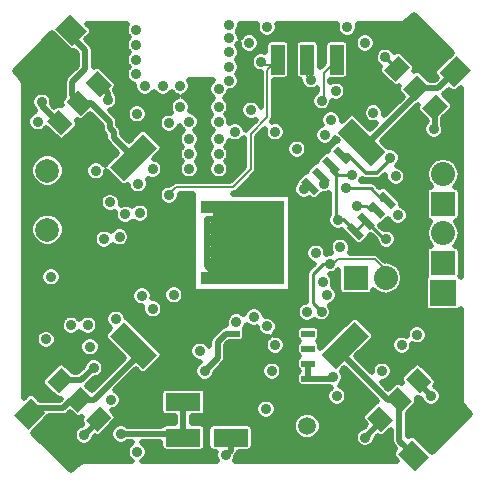
<source format=gbr>
G04 #@! TF.FileFunction,Copper,L4,Bot,Signal*
%FSLAX46Y46*%
G04 Gerber Fmt 4.6, Leading zero omitted, Abs format (unit mm)*
G04 Created by KiCad (PCBNEW (2014-12-04 BZR 5312)-product) date 8/23/2015 4:43:04 PM*
%MOMM*%
G01*
G04 APERTURE LIST*
%ADD10C,0.100000*%
%ADD11R,2.032000X2.032000*%
%ADD12O,2.032000X2.032000*%
%ADD13R,1.200000X2.500000*%
%ADD14C,0.900000*%
%ADD15R,1.000000X1.000000*%
%ADD16C,1.727200*%
%ADD17R,2.235200X2.235200*%
%ADD18C,1.500000*%
%ADD19C,2.000000*%
%ADD20R,2.999740X1.501140*%
%ADD21R,1.143000X0.508000*%
%ADD22C,0.889000*%
%ADD23C,0.508000*%
%ADD24C,0.355600*%
%ADD25C,0.254000*%
%ADD26C,0.203200*%
%ADD27C,0.500000*%
G04 APERTURE END LIST*
D10*
G36*
X161565685Y-103828427D02*
X162767767Y-105030509D01*
X161777817Y-106020459D01*
X160575735Y-104818377D01*
X161565685Y-103828427D01*
X161565685Y-103828427D01*
G37*
G36*
X163192031Y-102202081D02*
X164394113Y-103404163D01*
X163404163Y-104394113D01*
X162202081Y-103192031D01*
X163192031Y-102202081D01*
X163192031Y-102202081D01*
G37*
G36*
X164818377Y-100575735D02*
X166020459Y-101777817D01*
X165030509Y-102767767D01*
X163828427Y-101565685D01*
X164818377Y-100575735D01*
X164818377Y-100575735D01*
G37*
G36*
X159515076Y-96686649D02*
X160717157Y-97888730D01*
X157888730Y-100717157D01*
X156686649Y-99515076D01*
X159515076Y-96686649D01*
X159515076Y-96686649D01*
G37*
D11*
X167000000Y-91750000D03*
D12*
X167000000Y-89210000D03*
D10*
G36*
X135671573Y-101565685D02*
X134469491Y-102767767D01*
X133479541Y-101777817D01*
X134681623Y-100575735D01*
X135671573Y-101565685D01*
X135671573Y-101565685D01*
G37*
G36*
X137297919Y-103192031D02*
X136095837Y-104394113D01*
X135105887Y-103404163D01*
X136307969Y-102202081D01*
X137297919Y-103192031D01*
X137297919Y-103192031D01*
G37*
G36*
X138924265Y-104818377D02*
X137722183Y-106020459D01*
X136732233Y-105030509D01*
X137934315Y-103828427D01*
X138924265Y-104818377D01*
X138924265Y-104818377D01*
G37*
G36*
X142813351Y-99515076D02*
X141611270Y-100717157D01*
X138782843Y-97888730D01*
X139984924Y-96686649D01*
X142813351Y-99515076D01*
X142813351Y-99515076D01*
G37*
G36*
X165228427Y-78634315D02*
X166430509Y-77432233D01*
X167420459Y-78422183D01*
X166218377Y-79624265D01*
X165228427Y-78634315D01*
X165228427Y-78634315D01*
G37*
G36*
X163602081Y-77007969D02*
X164804163Y-75805887D01*
X165794113Y-76795837D01*
X164592031Y-77997919D01*
X163602081Y-77007969D01*
X163602081Y-77007969D01*
G37*
G36*
X161975735Y-75381623D02*
X163177817Y-74179541D01*
X164167767Y-75169491D01*
X162965685Y-76371573D01*
X161975735Y-75381623D01*
X161975735Y-75381623D01*
G37*
G36*
X158086649Y-80684924D02*
X159288730Y-79482843D01*
X162117157Y-82311270D01*
X160915076Y-83513351D01*
X158086649Y-80684924D01*
X158086649Y-80684924D01*
G37*
G36*
X137934315Y-77671573D02*
X136732233Y-76469491D01*
X137722183Y-75479541D01*
X138924265Y-76681623D01*
X137934315Y-77671573D01*
X137934315Y-77671573D01*
G37*
G36*
X136307969Y-79297919D02*
X135105887Y-78095837D01*
X136095837Y-77105887D01*
X137297919Y-78307969D01*
X136307969Y-79297919D01*
X136307969Y-79297919D01*
G37*
G36*
X134681623Y-80924265D02*
X133479541Y-79722183D01*
X134469491Y-78732233D01*
X135671573Y-79934315D01*
X134681623Y-80924265D01*
X134681623Y-80924265D01*
G37*
G36*
X139984924Y-84813351D02*
X138782843Y-83611270D01*
X141611270Y-80782843D01*
X142813351Y-81984924D01*
X139984924Y-84813351D01*
X139984924Y-84813351D01*
G37*
D13*
X155500000Y-74500000D03*
X153000000Y-74500000D03*
X158000000Y-74500000D03*
D14*
X158900000Y-71750000D03*
X152100000Y-71750000D03*
D10*
G36*
X154983633Y-84901974D02*
X155407897Y-84477710D01*
X156503913Y-85573726D01*
X156079649Y-85997990D01*
X154983633Y-84901974D01*
X154983633Y-84901974D01*
G37*
G36*
X155881659Y-84003948D02*
X156305923Y-83579684D01*
X157401939Y-84675700D01*
X156977675Y-85099964D01*
X155881659Y-84003948D01*
X155881659Y-84003948D01*
G37*
G36*
X156779684Y-83105923D02*
X157203948Y-82681659D01*
X158299964Y-83777675D01*
X157875700Y-84201939D01*
X156779684Y-83105923D01*
X156779684Y-83105923D01*
G37*
G36*
X157677710Y-82207897D02*
X158101974Y-81783633D01*
X159197990Y-82879649D01*
X158773726Y-83303913D01*
X157677710Y-82207897D01*
X157677710Y-82207897D01*
G37*
G36*
X161496087Y-86026274D02*
X161920351Y-85602010D01*
X163016367Y-86698026D01*
X162592103Y-87122290D01*
X161496087Y-86026274D01*
X161496087Y-86026274D01*
G37*
G36*
X160598061Y-86924300D02*
X161022325Y-86500036D01*
X162118341Y-87596052D01*
X161694077Y-88020316D01*
X160598061Y-86924300D01*
X160598061Y-86924300D01*
G37*
G36*
X159700036Y-87822325D02*
X160124300Y-87398061D01*
X161220316Y-88494077D01*
X160796052Y-88918341D01*
X159700036Y-87822325D01*
X159700036Y-87822325D01*
G37*
G36*
X158802010Y-88720351D02*
X159226274Y-88296087D01*
X160322290Y-89392103D01*
X159898026Y-89816367D01*
X158802010Y-88720351D01*
X158802010Y-88720351D01*
G37*
D15*
X150000000Y-90000000D03*
X150000000Y-89000000D03*
X150000000Y-88000000D03*
X150000000Y-87000000D03*
X149000000Y-90000000D03*
X149000000Y-89000000D03*
X149000000Y-88000000D03*
X149000000Y-87000000D03*
X148000000Y-87000000D03*
X148000000Y-88000000D03*
X148000000Y-90000000D03*
X148000000Y-89000000D03*
X147000000Y-87000000D03*
X147000000Y-93000000D03*
X148000000Y-91000000D03*
X148000000Y-92000000D03*
X148000000Y-93000000D03*
X149000000Y-93000000D03*
X149000000Y-92000000D03*
X149000000Y-91000000D03*
X150000000Y-91000000D03*
X150000000Y-92000000D03*
X150000000Y-93000000D03*
X151000000Y-93000000D03*
X152000000Y-93000000D03*
X153000000Y-93000000D03*
X153000000Y-92000000D03*
X153000000Y-91000000D03*
X153000000Y-90000000D03*
X153000000Y-89000000D03*
X153000000Y-88000000D03*
X153000000Y-87000000D03*
X152000000Y-87000000D03*
X151000000Y-87000000D03*
X151000000Y-88000000D03*
X152000000Y-88000000D03*
X152000000Y-89000000D03*
X151000000Y-89000000D03*
X151000000Y-90000000D03*
X152000000Y-90000000D03*
X152000000Y-91000000D03*
X151000000Y-91000000D03*
X151000000Y-92000000D03*
X152000000Y-92000000D03*
D10*
G36*
X131892237Y-105829078D02*
X130670922Y-104607763D01*
X132107763Y-103170922D01*
X133329078Y-104392237D01*
X131892237Y-105829078D01*
X131892237Y-105829078D01*
G37*
D16*
X133688288Y-106403814D02*
X133903814Y-106188288D01*
X135484339Y-108199865D02*
X135699865Y-107984339D01*
D10*
G36*
X168107763Y-74170922D02*
X169329078Y-75392237D01*
X167892237Y-76829078D01*
X166670922Y-75607763D01*
X168107763Y-74170922D01*
X168107763Y-74170922D01*
G37*
D16*
X166311712Y-73596186D02*
X166096186Y-73811712D01*
X164515661Y-71800135D02*
X164300135Y-72015661D01*
D10*
G36*
X165829078Y-108107763D02*
X164607763Y-109329078D01*
X163170922Y-107892237D01*
X164392237Y-106670922D01*
X165829078Y-108107763D01*
X165829078Y-108107763D01*
G37*
D16*
X166403814Y-106311712D02*
X166188288Y-106096186D01*
X168199865Y-104515661D02*
X167984339Y-104300135D01*
D10*
G36*
X134170922Y-71892237D02*
X135392237Y-70670922D01*
X136829078Y-72107763D01*
X135607763Y-73329078D01*
X134170922Y-71892237D01*
X134170922Y-71892237D01*
G37*
D16*
X133596186Y-73688288D02*
X133811712Y-73903814D01*
X131800135Y-75484339D02*
X132015661Y-75699865D01*
D11*
X167000000Y-86750000D03*
D12*
X167000000Y-84210000D03*
D17*
X167000000Y-94250000D03*
D18*
X157500000Y-105500000D03*
X155500000Y-105500000D03*
D19*
X133500000Y-88900000D03*
X133500000Y-83900000D03*
D20*
X145001020Y-103500000D03*
X148998980Y-103500000D03*
X145001020Y-106500000D03*
X148998980Y-106500000D03*
D11*
X159600000Y-93000000D03*
D12*
X162140000Y-93000000D03*
D21*
X155575000Y-101505000D03*
X155575000Y-100235000D03*
X155575000Y-98965000D03*
X155575000Y-97695000D03*
X149225000Y-97695000D03*
X149225000Y-98965000D03*
X149225000Y-100235000D03*
X149225000Y-101505000D03*
D22*
X158000000Y-103000000D03*
X161850000Y-100900000D03*
X141300000Y-87500000D03*
X166200000Y-80400000D03*
X141200000Y-85000000D03*
X148000000Y-78500000D03*
X148000000Y-81250000D03*
X148000000Y-79750000D03*
X148000000Y-82500000D03*
X148000000Y-83750000D03*
X144750000Y-78500000D03*
X141000000Y-72000000D03*
X141000000Y-74500000D03*
X141750000Y-76750000D03*
X144750000Y-76750000D03*
X145500000Y-79750000D03*
X145500000Y-81250000D03*
X145500000Y-83750000D03*
X145500000Y-82500000D03*
X143250000Y-76750000D03*
X141000000Y-75750000D03*
X141000000Y-73250000D03*
X161100000Y-79000000D03*
X137600000Y-83900000D03*
X152000000Y-104100000D03*
X152500000Y-100900000D03*
X163000000Y-84400000D03*
X152800000Y-80600000D03*
X150700000Y-78800000D03*
X158300000Y-90400000D03*
X141500000Y-94500000D03*
X139600000Y-89500000D03*
X148900000Y-71600000D03*
X148900000Y-75100000D03*
X148000000Y-77000000D03*
X148900000Y-76300000D03*
X148900000Y-73900000D03*
X148900000Y-72700000D03*
X162500000Y-82800000D03*
X146800000Y-100900000D03*
X138600000Y-77900000D03*
X137400000Y-100600000D03*
X157500000Y-79600000D03*
X139700000Y-106200000D03*
X160400000Y-106500000D03*
X133800000Y-92900000D03*
X135500000Y-97000000D03*
X150600000Y-73100000D03*
X160400000Y-73100000D03*
X136900000Y-97000000D03*
X142400000Y-83800000D03*
X138800000Y-86600000D03*
X149400000Y-80600000D03*
X144200000Y-94400000D03*
X156200000Y-90900000D03*
X151000000Y-96300000D03*
X139300000Y-96500000D03*
X137100000Y-98800000D03*
X163500000Y-98700000D03*
X140100000Y-87600000D03*
X141100000Y-107700000D03*
X152800000Y-98700000D03*
X146400000Y-99200000D03*
X162200000Y-89700000D03*
X158100000Y-88100000D03*
X159300000Y-84300000D03*
X163200000Y-87700000D03*
X138300000Y-89700000D03*
X142400000Y-95600000D03*
X157700000Y-101400000D03*
X157900000Y-77200000D03*
X148600000Y-108000000D03*
X141100000Y-79100000D03*
X133400000Y-98200000D03*
X149500000Y-96700000D03*
X152100000Y-97100000D03*
X136600000Y-106300000D03*
X162100000Y-74300000D03*
X166000000Y-103000000D03*
X133000000Y-78100000D03*
X155800000Y-76200000D03*
X151600000Y-74700000D03*
X143800000Y-86000000D03*
X156700000Y-78000000D03*
X155200000Y-85500000D03*
X159700000Y-86900000D03*
X158800000Y-85400000D03*
X157200000Y-94400000D03*
X138900000Y-103300000D03*
X156800000Y-93300000D03*
X164800000Y-97800000D03*
X155500000Y-95900000D03*
X132700000Y-79750000D03*
X156900000Y-85000000D03*
X156700000Y-95850000D03*
X157400000Y-91800000D03*
X154600000Y-82100000D03*
X157000000Y-80900000D03*
X143800000Y-79900000D03*
D23*
X149225000Y-100235000D02*
X149225000Y-101505000D01*
X149225000Y-98965000D02*
X149225000Y-100235000D01*
X149225000Y-103273980D02*
X148998980Y-103500000D01*
X149225000Y-101505000D02*
X149225000Y-103273980D01*
X166324443Y-80275557D02*
X166324443Y-78528249D01*
X166200000Y-80400000D02*
X166324443Y-80275557D01*
X166324443Y-78528249D02*
X166528249Y-78528249D01*
X166324443Y-78528249D02*
X166828249Y-78528249D01*
D24*
X158943773Y-82543773D02*
X160500000Y-84100000D01*
X160500000Y-84100000D02*
X161400000Y-84100000D01*
X161400000Y-84100000D02*
X162500000Y-83000000D01*
X162500000Y-83000000D02*
X162500000Y-82800000D01*
X158437850Y-82543773D02*
X158943773Y-82543773D01*
D23*
X148605000Y-97695000D02*
X147900000Y-98400000D01*
X147900000Y-98400000D02*
X147900000Y-99800000D01*
X147900000Y-99800000D02*
X146800000Y-100900000D01*
X149225000Y-97695000D02*
X148605000Y-97695000D01*
D25*
X137828249Y-77128249D02*
X137828249Y-76575557D01*
D23*
X138600000Y-77347308D02*
X137828249Y-76575557D01*
X138600000Y-77900000D02*
X138600000Y-77347308D01*
X136328249Y-101671751D02*
X137400000Y-100600000D01*
X134575557Y-101671751D02*
X136328249Y-101671751D01*
X145001020Y-103500000D02*
X145001020Y-106500000D01*
X144701020Y-106200000D02*
X145001020Y-106500000D01*
X144701020Y-106200000D02*
X139700000Y-106200000D01*
X161671751Y-105228249D02*
X160400000Y-106500000D01*
X161671751Y-104924443D02*
X161671751Y-105228249D01*
X166324443Y-78528249D02*
X166324443Y-78724443D01*
X148000000Y-92000000D02*
X148000000Y-93000000D01*
X148000000Y-91000000D02*
X148000000Y-92000000D01*
X148000000Y-90000000D02*
X148000000Y-91000000D01*
X148000000Y-89000000D02*
X148000000Y-90000000D01*
X148000000Y-88000000D02*
X148000000Y-89000000D01*
X147000000Y-89000000D02*
X147000000Y-88000000D01*
X147000000Y-91000000D02*
X147000000Y-89000000D01*
X147000000Y-92000000D02*
X147000000Y-91000000D01*
X148000000Y-93000000D02*
X147000000Y-92000000D01*
X147000000Y-93000000D02*
X148000000Y-93000000D01*
X148000000Y-92000000D02*
X147000000Y-93000000D01*
X147000000Y-92000000D02*
X148000000Y-92000000D01*
X148000000Y-91000000D02*
X147000000Y-92000000D01*
X147000000Y-91000000D02*
X148000000Y-91000000D01*
X148000000Y-90000000D02*
X147000000Y-91000000D01*
X147000000Y-90000000D02*
X148000000Y-90000000D01*
X148000000Y-89000000D02*
X147000000Y-90000000D01*
X147000000Y-89000000D02*
X148000000Y-89000000D01*
X148000000Y-88000000D02*
X147000000Y-89000000D01*
X147000000Y-88000000D02*
X148000000Y-88000000D01*
D25*
X162001975Y-89700000D02*
X160460176Y-88158201D01*
X162200000Y-89700000D02*
X162001975Y-89700000D01*
X159562150Y-89056227D02*
X160460176Y-88158201D01*
X158100000Y-88100000D02*
X158200000Y-88000000D01*
X158200000Y-88000000D02*
X158505923Y-88000000D01*
X158505923Y-88000000D02*
X159562150Y-89056227D01*
X157539824Y-83939824D02*
X157900000Y-84300000D01*
X157900000Y-84300000D02*
X157900000Y-87900000D01*
X157900000Y-87900000D02*
X158100000Y-88100000D01*
X157539824Y-83441799D02*
X157539824Y-83939824D01*
X158200000Y-84300000D02*
X159300000Y-84300000D01*
X157539824Y-83639824D02*
X158200000Y-84300000D01*
X157539824Y-83441799D02*
X157539824Y-83639824D01*
D23*
X155575000Y-100235000D02*
X155575000Y-101505000D01*
X157595000Y-101505000D02*
X157700000Y-101400000D01*
X155575000Y-101505000D02*
X157595000Y-101505000D01*
X148998980Y-107601020D02*
X148600000Y-108000000D01*
X148998980Y-106500000D02*
X148998980Y-107601020D01*
X136201903Y-103298097D02*
X135501903Y-103298097D01*
X135501903Y-103298097D02*
X134800000Y-104000000D01*
X134800000Y-104000000D02*
X132500000Y-104000000D01*
X132500000Y-104000000D02*
X132000000Y-104500000D01*
X140798097Y-99901903D02*
X140798097Y-98701903D01*
X137401903Y-103298097D02*
X140798097Y-99901903D01*
X136201903Y-103298097D02*
X137401903Y-103298097D01*
X164698097Y-77501903D02*
X164698097Y-76901903D01*
X160701903Y-81498097D02*
X164698097Y-77501903D01*
X160101903Y-81498097D02*
X160701903Y-81498097D01*
X166598097Y-76901903D02*
X168000000Y-75500000D01*
X164698097Y-76901903D02*
X166598097Y-76901903D01*
X164298097Y-107798097D02*
X164500000Y-108000000D01*
X158701903Y-99701903D02*
X158701903Y-98701903D01*
X162298097Y-103298097D02*
X158701903Y-99701903D01*
X163298097Y-103298097D02*
X162298097Y-103298097D01*
X163298097Y-106798097D02*
X164500000Y-108000000D01*
X163298097Y-103298097D02*
X163298097Y-106798097D01*
X139100000Y-81100000D02*
X139100000Y-80600000D01*
X139100000Y-80600000D02*
X138800000Y-80300000D01*
X138800000Y-80300000D02*
X138800000Y-79800000D01*
X138800000Y-79800000D02*
X137201903Y-78201903D01*
X137201903Y-78201903D02*
X136201903Y-78201903D01*
X140798097Y-82798097D02*
X139100000Y-81100000D01*
X135500000Y-72500000D02*
X135500000Y-72000000D01*
X135600000Y-77500000D02*
X135600000Y-76400000D01*
X135600000Y-76400000D02*
X136700000Y-75300000D01*
X136700000Y-75300000D02*
X136700000Y-73700000D01*
X136700000Y-73700000D02*
X135500000Y-72500000D01*
X136201903Y-78101903D02*
X135600000Y-77500000D01*
X136201903Y-78201903D02*
X136201903Y-78101903D01*
X137828249Y-105071751D02*
X137828249Y-104924443D01*
X136600000Y-106300000D02*
X137828249Y-105071751D01*
D25*
X162100000Y-74300000D02*
X162300000Y-74500000D01*
X162300000Y-74500000D02*
X162300000Y-74503806D01*
X162300000Y-74503806D02*
X163071751Y-75275557D01*
D23*
X164924443Y-101924443D02*
X166000000Y-103000000D01*
X164924443Y-101671751D02*
X164924443Y-101924443D01*
X133000000Y-78400000D02*
X133000000Y-78100000D01*
X134428249Y-79828249D02*
X133000000Y-78400000D01*
X134575557Y-79828249D02*
X134428249Y-79828249D01*
D26*
X155800000Y-76200000D02*
X155500000Y-75900000D01*
X155500000Y-75900000D02*
X155500000Y-74500000D01*
X151900000Y-75000000D02*
X152500000Y-75000000D01*
X151600000Y-74700000D02*
X151900000Y-75000000D01*
X152500000Y-75000000D02*
X153000000Y-74500000D01*
X143800000Y-86000000D02*
X143800000Y-85900000D01*
X152100000Y-75400000D02*
X153000000Y-74500000D01*
X152100000Y-79400000D02*
X152100000Y-75400000D01*
X150700000Y-80800000D02*
X152100000Y-79400000D01*
X150700000Y-83800000D02*
X150700000Y-80800000D01*
X149200000Y-85300000D02*
X150700000Y-83800000D01*
X144400000Y-85300000D02*
X149200000Y-85300000D01*
X143800000Y-85900000D02*
X144400000Y-85300000D01*
X156700000Y-78000000D02*
X156900000Y-77800000D01*
X156900000Y-77800000D02*
X156900000Y-75600000D01*
X156900000Y-75600000D02*
X158000000Y-74500000D01*
D25*
X155462150Y-85237850D02*
X155743773Y-85237850D01*
X155200000Y-85500000D02*
X155462150Y-85237850D01*
X159700000Y-86900000D02*
X160500000Y-86900000D01*
X160500000Y-86900000D02*
X160860176Y-87260176D01*
X160860176Y-87260176D02*
X161358201Y-87260176D01*
X161862150Y-86362150D02*
X162256227Y-86362150D01*
X158800000Y-85400000D02*
X160000000Y-85400000D01*
X160000000Y-85400000D02*
X160900000Y-85400000D01*
X160900000Y-85400000D02*
X161862150Y-86362150D01*
X156641799Y-84641799D02*
X156641799Y-84339824D01*
X156641799Y-84741799D02*
X156641799Y-84339824D01*
X156900000Y-85000000D02*
X156641799Y-84741799D01*
X156700000Y-95850000D02*
X156000000Y-95150000D01*
X156000000Y-95150000D02*
X156000000Y-92650000D01*
X156000000Y-92650000D02*
X156850000Y-91800000D01*
X156850000Y-91800000D02*
X157400000Y-91800000D01*
D26*
X162140000Y-92340000D02*
X162140000Y-93000000D01*
X157700000Y-91800000D02*
X158100000Y-91400000D01*
X158100000Y-91400000D02*
X161200000Y-91400000D01*
X161200000Y-91400000D02*
X162140000Y-92340000D01*
X157400000Y-91800000D02*
X157700000Y-91800000D01*
D27*
G36*
X169292893Y-104499999D02*
X166081536Y-107711357D01*
X164716669Y-106346490D01*
X164571801Y-106248703D01*
X164395116Y-106212115D01*
X164217987Y-106246482D01*
X164067805Y-106346490D01*
X164002097Y-106412198D01*
X164002097Y-104445043D01*
X164718545Y-103728595D01*
X164816332Y-103583727D01*
X164852920Y-103407042D01*
X164818553Y-103229913D01*
X164743807Y-103117667D01*
X164850945Y-103189986D01*
X165027630Y-103226574D01*
X165118484Y-103208946D01*
X165241238Y-103506031D01*
X165492645Y-103757878D01*
X165821292Y-103894344D01*
X166177146Y-103894655D01*
X166506031Y-103758762D01*
X166757878Y-103507355D01*
X166894344Y-103178708D01*
X166894655Y-102822854D01*
X166758762Y-102493969D01*
X166507355Y-102242122D01*
X166293724Y-102153415D01*
X166344891Y-102102249D01*
X166442678Y-101957381D01*
X166479266Y-101780696D01*
X166444899Y-101603567D01*
X166344891Y-101453385D01*
X165694655Y-100803149D01*
X165694655Y-97622854D01*
X165558762Y-97293969D01*
X165307355Y-97042122D01*
X164978708Y-96905656D01*
X164622854Y-96905345D01*
X164293969Y-97041238D01*
X164042122Y-97292645D01*
X163905656Y-97621292D01*
X163905412Y-97899791D01*
X163678708Y-97805656D01*
X163606000Y-97805592D01*
X163606000Y-93028721D01*
X163606000Y-92971279D01*
X163494407Y-92410265D01*
X163176619Y-91934660D01*
X162701014Y-91616872D01*
X162140000Y-91505279D01*
X162094424Y-91514344D01*
X161590040Y-91009960D01*
X161411088Y-90890388D01*
X161200000Y-90848400D01*
X159082358Y-90848400D01*
X159194344Y-90578708D01*
X159194655Y-90222854D01*
X159058762Y-89893969D01*
X158807355Y-89642122D01*
X158478708Y-89505656D01*
X158122854Y-89505345D01*
X157793969Y-89641238D01*
X157542122Y-89892645D01*
X157405656Y-90221292D01*
X157405345Y-90577146D01*
X157541069Y-90905623D01*
X157222854Y-90905345D01*
X157094449Y-90958400D01*
X157094655Y-90722854D01*
X156958762Y-90393969D01*
X156707355Y-90142122D01*
X156378708Y-90005656D01*
X156022854Y-90005345D01*
X155693969Y-90141238D01*
X155442122Y-90392645D01*
X155305656Y-90721292D01*
X155305345Y-91077146D01*
X155441238Y-91406031D01*
X155692645Y-91657878D01*
X156021292Y-91794344D01*
X156039638Y-91794360D01*
X155591999Y-92241999D01*
X155466922Y-92429192D01*
X155422999Y-92650000D01*
X155423000Y-92650005D01*
X155423000Y-95005432D01*
X155322854Y-95005345D01*
X154993969Y-95141238D01*
X154742122Y-95392645D01*
X154605656Y-95721292D01*
X154605345Y-96077146D01*
X154741238Y-96406031D01*
X154992645Y-96657878D01*
X155321292Y-96794344D01*
X155677146Y-96794655D01*
X156006031Y-96658762D01*
X156124943Y-96540057D01*
X156192645Y-96607878D01*
X156521292Y-96744344D01*
X156877146Y-96744655D01*
X157206031Y-96608762D01*
X157457878Y-96357355D01*
X157594344Y-96028708D01*
X157594655Y-95672854D01*
X157458762Y-95343969D01*
X157400076Y-95285180D01*
X157706031Y-95158762D01*
X157957878Y-94907355D01*
X158094344Y-94578708D01*
X158094655Y-94222854D01*
X157958762Y-93893969D01*
X157707355Y-93642122D01*
X157638381Y-93613481D01*
X157694344Y-93478708D01*
X157694655Y-93122854D01*
X157558762Y-92793969D01*
X157459518Y-92694552D01*
X157577146Y-92694655D01*
X157906031Y-92558762D01*
X158125184Y-92339991D01*
X158125184Y-94016000D01*
X158158475Y-94187583D01*
X158257539Y-94338390D01*
X158407090Y-94439338D01*
X158584000Y-94474816D01*
X160616000Y-94474816D01*
X160787583Y-94441525D01*
X160938390Y-94342461D01*
X161039338Y-94192910D01*
X161073799Y-94021068D01*
X161103381Y-94065340D01*
X161578986Y-94383128D01*
X162140000Y-94494721D01*
X162701014Y-94383128D01*
X163176619Y-94065340D01*
X163494407Y-93589735D01*
X163606000Y-93028721D01*
X163606000Y-97805592D01*
X163322854Y-97805345D01*
X162993969Y-97941238D01*
X162742122Y-98192645D01*
X162605656Y-98521292D01*
X162605345Y-98877146D01*
X162741238Y-99206031D01*
X162992645Y-99457878D01*
X163321292Y-99594344D01*
X163677146Y-99594655D01*
X164006031Y-99458762D01*
X164257878Y-99207355D01*
X164394344Y-98878708D01*
X164394587Y-98600208D01*
X164621292Y-98694344D01*
X164977146Y-98694655D01*
X165306031Y-98558762D01*
X165557878Y-98307355D01*
X165694344Y-97978708D01*
X165694655Y-97622854D01*
X165694655Y-100803149D01*
X165142809Y-100251303D01*
X164997941Y-100153516D01*
X164821256Y-100116928D01*
X164644127Y-100151295D01*
X164493945Y-100251303D01*
X163503995Y-101241253D01*
X163406208Y-101386121D01*
X163369620Y-101562806D01*
X163403987Y-101739935D01*
X163478732Y-101852180D01*
X163371595Y-101779862D01*
X163194910Y-101743274D01*
X163017781Y-101777641D01*
X162867599Y-101877649D01*
X162370426Y-102374820D01*
X161790053Y-101794447D01*
X162027146Y-101794655D01*
X162356031Y-101658762D01*
X162607878Y-101407355D01*
X162744344Y-101078708D01*
X162744655Y-100722854D01*
X162608762Y-100393969D01*
X162357355Y-100142122D01*
X162028708Y-100005656D01*
X161672854Y-100005345D01*
X161343969Y-100141238D01*
X161092122Y-100392645D01*
X160955656Y-100721292D01*
X160955447Y-100959841D01*
X159625178Y-99629572D01*
X161041589Y-98213162D01*
X161139376Y-98068294D01*
X161175964Y-97891609D01*
X161141597Y-97714480D01*
X161041589Y-97564298D01*
X159839508Y-96362217D01*
X159694640Y-96264430D01*
X159517955Y-96227842D01*
X159340826Y-96262209D01*
X159190644Y-96362217D01*
X156605316Y-98947545D01*
X156605316Y-98711000D01*
X156572025Y-98539417D01*
X156472961Y-98388610D01*
X156386000Y-98329910D01*
X156468890Y-98275461D01*
X156569838Y-98125910D01*
X156605316Y-97949000D01*
X156605316Y-97441000D01*
X156572025Y-97269417D01*
X156472961Y-97118610D01*
X156323410Y-97017662D01*
X156146500Y-96982184D01*
X155003500Y-96982184D01*
X154831917Y-97015475D01*
X154681110Y-97114539D01*
X154580162Y-97264090D01*
X154544684Y-97441000D01*
X154544684Y-97949000D01*
X154577975Y-98120583D01*
X154677039Y-98271390D01*
X154763999Y-98330089D01*
X154681110Y-98384539D01*
X154580162Y-98534090D01*
X154544684Y-98711000D01*
X154544684Y-99219000D01*
X154577975Y-99390583D01*
X154677039Y-99541390D01*
X154763999Y-99600089D01*
X154681110Y-99654539D01*
X154580162Y-99804090D01*
X154544684Y-99981000D01*
X154544684Y-100489000D01*
X154577975Y-100660583D01*
X154677039Y-100811390D01*
X154763999Y-100870089D01*
X154681110Y-100924539D01*
X154580162Y-101074090D01*
X154544684Y-101251000D01*
X154544684Y-101759000D01*
X154577975Y-101930583D01*
X154677039Y-102081390D01*
X154826590Y-102182338D01*
X155003500Y-102217816D01*
X156146500Y-102217816D01*
X156191937Y-102209000D01*
X157315760Y-102209000D01*
X157464424Y-102270730D01*
X157242122Y-102492645D01*
X157105656Y-102821292D01*
X157105345Y-103177146D01*
X157241238Y-103506031D01*
X157492645Y-103757878D01*
X157821292Y-103894344D01*
X158177146Y-103894655D01*
X158506031Y-103758762D01*
X158757878Y-103507355D01*
X158894344Y-103178708D01*
X158894655Y-102822854D01*
X158758762Y-102493969D01*
X158507355Y-102242122D01*
X158235575Y-102129269D01*
X158457878Y-101907355D01*
X158594344Y-101578708D01*
X158594655Y-101222854D01*
X158458762Y-100893969D01*
X158409814Y-100844936D01*
X158629572Y-100625178D01*
X161405627Y-103401233D01*
X161391435Y-103403987D01*
X161241253Y-103503995D01*
X160251303Y-104493945D01*
X160153516Y-104638813D01*
X160116928Y-104815498D01*
X160151295Y-104992627D01*
X160251303Y-105142809D01*
X160506443Y-105397949D01*
X160298982Y-105605411D01*
X160222854Y-105605345D01*
X159893969Y-105741238D01*
X159642122Y-105992645D01*
X159505656Y-106321292D01*
X159505345Y-106677146D01*
X159641238Y-107006031D01*
X159892645Y-107257878D01*
X160221292Y-107394344D01*
X160577146Y-107394655D01*
X160906031Y-107258762D01*
X161157878Y-107007355D01*
X161294344Y-106678708D01*
X161294411Y-106601194D01*
X161511492Y-106384113D01*
X161598253Y-106442678D01*
X161774938Y-106479266D01*
X161952067Y-106444899D01*
X162102249Y-106344891D01*
X162594097Y-105853043D01*
X162594097Y-106798097D01*
X162647686Y-107067506D01*
X162800294Y-107295900D01*
X162959344Y-107454950D01*
X162846490Y-107567805D01*
X162748703Y-107712673D01*
X162712115Y-107889358D01*
X162746482Y-108066487D01*
X162846490Y-108216669D01*
X163129820Y-108500000D01*
X156700207Y-108500000D01*
X156700207Y-105262353D01*
X156517903Y-104821143D01*
X156180633Y-104483283D01*
X155739742Y-104300209D01*
X155262353Y-104299793D01*
X154821143Y-104482097D01*
X154483283Y-104819367D01*
X154300209Y-105260258D01*
X154299793Y-105737647D01*
X154482097Y-106178857D01*
X154819367Y-106516717D01*
X155260258Y-106699791D01*
X155737647Y-106700207D01*
X156178857Y-106517903D01*
X156516717Y-106180633D01*
X156699791Y-105739742D01*
X156700207Y-105262353D01*
X156700207Y-108500000D01*
X153694655Y-108500000D01*
X153694655Y-98522854D01*
X153558762Y-98193969D01*
X153307355Y-97942122D01*
X152978708Y-97805656D01*
X152659509Y-97805377D01*
X152857878Y-97607355D01*
X152994344Y-97278708D01*
X152994655Y-96922854D01*
X152858762Y-96593969D01*
X152607355Y-96342122D01*
X152278708Y-96205656D01*
X151922854Y-96205345D01*
X151894572Y-96217030D01*
X151894655Y-96122854D01*
X151758762Y-95793969D01*
X151507355Y-95542122D01*
X151178708Y-95405656D01*
X150822854Y-95405345D01*
X150493969Y-95541238D01*
X150242122Y-95792645D01*
X150129320Y-96064301D01*
X150007355Y-95942122D01*
X149678708Y-95805656D01*
X149322854Y-95805345D01*
X148993969Y-95941238D01*
X148742122Y-96192645D01*
X148605656Y-96521292D01*
X148605345Y-96877146D01*
X148649098Y-96983037D01*
X148608062Y-96991000D01*
X148605000Y-96991000D01*
X148483518Y-97015164D01*
X148481917Y-97015475D01*
X148481899Y-97015486D01*
X148335591Y-97044589D01*
X148107197Y-97197197D01*
X147402197Y-97902197D01*
X147249589Y-98130591D01*
X147196000Y-98400000D01*
X147196000Y-98784091D01*
X147158762Y-98693969D01*
X146907355Y-98442122D01*
X146578708Y-98305656D01*
X146222854Y-98305345D01*
X145893969Y-98441238D01*
X145642122Y-98692645D01*
X145505656Y-99021292D01*
X145505345Y-99377146D01*
X145641238Y-99706031D01*
X145892645Y-99957878D01*
X146221292Y-100094344D01*
X146407067Y-100094506D01*
X146293969Y-100141238D01*
X146042122Y-100392645D01*
X145905656Y-100721292D01*
X145905345Y-101077146D01*
X146041238Y-101406031D01*
X146292645Y-101657878D01*
X146621292Y-101794344D01*
X146977146Y-101794655D01*
X147306031Y-101658762D01*
X147557878Y-101407355D01*
X147694344Y-101078708D01*
X147694411Y-101001194D01*
X148397803Y-100297803D01*
X148550411Y-100069409D01*
X148604000Y-99800000D01*
X148604000Y-98691606D01*
X148887790Y-98407816D01*
X149796500Y-98407816D01*
X149968083Y-98374525D01*
X150118890Y-98275461D01*
X150219838Y-98125910D01*
X150255316Y-97949000D01*
X150255316Y-97441000D01*
X150222025Y-97269417D01*
X150211602Y-97253550D01*
X150257878Y-97207355D01*
X150370679Y-96935698D01*
X150492645Y-97057878D01*
X150821292Y-97194344D01*
X151177146Y-97194655D01*
X151205427Y-97182969D01*
X151205345Y-97277146D01*
X151341238Y-97606031D01*
X151592645Y-97857878D01*
X151921292Y-97994344D01*
X152240490Y-97994622D01*
X152042122Y-98192645D01*
X151905656Y-98521292D01*
X151905345Y-98877146D01*
X152041238Y-99206031D01*
X152292645Y-99457878D01*
X152621292Y-99594344D01*
X152977146Y-99594655D01*
X153306031Y-99458762D01*
X153557878Y-99207355D01*
X153694344Y-98878708D01*
X153694655Y-98522854D01*
X153694655Y-108500000D01*
X153394655Y-108500000D01*
X153394655Y-100722854D01*
X153258762Y-100393969D01*
X153007355Y-100142122D01*
X152678708Y-100005656D01*
X152322854Y-100005345D01*
X151993969Y-100141238D01*
X151742122Y-100392645D01*
X151605656Y-100721292D01*
X151605345Y-101077146D01*
X151741238Y-101406031D01*
X151992645Y-101657878D01*
X152321292Y-101794344D01*
X152677146Y-101794655D01*
X153006031Y-101658762D01*
X153257878Y-101407355D01*
X153394344Y-101078708D01*
X153394655Y-100722854D01*
X153394655Y-108500000D01*
X152894655Y-108500000D01*
X152894655Y-103922854D01*
X152758762Y-103593969D01*
X152507355Y-103342122D01*
X152178708Y-103205656D01*
X151822854Y-103205345D01*
X151493969Y-103341238D01*
X151242122Y-103592645D01*
X151105656Y-103921292D01*
X151105345Y-104277146D01*
X151241238Y-104606031D01*
X151492645Y-104857878D01*
X151821292Y-104994344D01*
X152177146Y-104994655D01*
X152506031Y-104858762D01*
X152757878Y-104607355D01*
X152894344Y-104278708D01*
X152894655Y-103922854D01*
X152894655Y-108500000D01*
X149360932Y-108500000D01*
X149494344Y-108178708D01*
X149494411Y-108101194D01*
X149496783Y-108098823D01*
X149649391Y-107870429D01*
X149681424Y-107709386D01*
X150498850Y-107709386D01*
X150670433Y-107676095D01*
X150821240Y-107577031D01*
X150922188Y-107427480D01*
X150957666Y-107250570D01*
X150957666Y-105749430D01*
X150924375Y-105577847D01*
X150825311Y-105427040D01*
X150675760Y-105326092D01*
X150498850Y-105290614D01*
X147499110Y-105290614D01*
X147327527Y-105323905D01*
X147176720Y-105422969D01*
X147075772Y-105572520D01*
X147040294Y-105749430D01*
X147040294Y-107250570D01*
X147073585Y-107422153D01*
X147172649Y-107572960D01*
X147322200Y-107673908D01*
X147499110Y-107709386D01*
X147752123Y-107709386D01*
X147705656Y-107821292D01*
X147705345Y-108177146D01*
X147838746Y-108500000D01*
X141506227Y-108500000D01*
X141606031Y-108458762D01*
X141857878Y-108207355D01*
X141994344Y-107878708D01*
X141994655Y-107522854D01*
X141858762Y-107193969D01*
X141607355Y-106942122D01*
X141515546Y-106904000D01*
X143042334Y-106904000D01*
X143042334Y-107250570D01*
X143075625Y-107422153D01*
X143174689Y-107572960D01*
X143324240Y-107673908D01*
X143501150Y-107709386D01*
X146500890Y-107709386D01*
X146672473Y-107676095D01*
X146823280Y-107577031D01*
X146924228Y-107427480D01*
X146959706Y-107250570D01*
X146959706Y-105749430D01*
X146926415Y-105577847D01*
X146827351Y-105427040D01*
X146677800Y-105326092D01*
X146500890Y-105290614D01*
X145705020Y-105290614D01*
X145705020Y-104709386D01*
X146500890Y-104709386D01*
X146672473Y-104676095D01*
X146823280Y-104577031D01*
X146924228Y-104427480D01*
X146959706Y-104250570D01*
X146959706Y-102749430D01*
X146926415Y-102577847D01*
X146827351Y-102427040D01*
X146677800Y-102326092D01*
X146500890Y-102290614D01*
X145094655Y-102290614D01*
X145094655Y-94222854D01*
X144958762Y-93893969D01*
X144707355Y-93642122D01*
X144378708Y-93505656D01*
X144022854Y-93505345D01*
X143693969Y-93641238D01*
X143442122Y-93892645D01*
X143305656Y-94221292D01*
X143305345Y-94577146D01*
X143441238Y-94906031D01*
X143692645Y-95157878D01*
X144021292Y-95294344D01*
X144377146Y-95294655D01*
X144706031Y-95158762D01*
X144957878Y-94907355D01*
X145094344Y-94578708D01*
X145094655Y-94222854D01*
X145094655Y-102290614D01*
X143501150Y-102290614D01*
X143329567Y-102323905D01*
X143294655Y-102346838D01*
X143294655Y-95422854D01*
X143158762Y-95093969D01*
X142907355Y-94842122D01*
X142578708Y-94705656D01*
X142383225Y-94705485D01*
X142394344Y-94678708D01*
X142394655Y-94322854D01*
X142258762Y-93993969D01*
X142194655Y-93929749D01*
X142194655Y-87322854D01*
X142058762Y-86993969D01*
X141807355Y-86742122D01*
X141478708Y-86605656D01*
X141122854Y-86605345D01*
X140793969Y-86741238D01*
X140650056Y-86884898D01*
X140607355Y-86842122D01*
X140278708Y-86705656D01*
X139922854Y-86705345D01*
X139683790Y-86804124D01*
X139694344Y-86778708D01*
X139694655Y-86422854D01*
X139558762Y-86093969D01*
X139307355Y-85842122D01*
X138978708Y-85705656D01*
X138622854Y-85705345D01*
X138293969Y-85841238D01*
X138042122Y-86092645D01*
X137905656Y-86421292D01*
X137905345Y-86777146D01*
X138041238Y-87106031D01*
X138292645Y-87357878D01*
X138621292Y-87494344D01*
X138977146Y-87494655D01*
X139216209Y-87395875D01*
X139205656Y-87421292D01*
X139205345Y-87777146D01*
X139341238Y-88106031D01*
X139592645Y-88357878D01*
X139921292Y-88494344D01*
X140277146Y-88494655D01*
X140606031Y-88358762D01*
X140749943Y-88215101D01*
X140792645Y-88257878D01*
X141121292Y-88394344D01*
X141477146Y-88394655D01*
X141806031Y-88258762D01*
X142057878Y-88007355D01*
X142194344Y-87678708D01*
X142194655Y-87322854D01*
X142194655Y-93929749D01*
X142007355Y-93742122D01*
X141678708Y-93605656D01*
X141322854Y-93605345D01*
X140993969Y-93741238D01*
X140742122Y-93992645D01*
X140605656Y-94321292D01*
X140605345Y-94677146D01*
X140741238Y-95006031D01*
X140992645Y-95257878D01*
X141321292Y-95394344D01*
X141516774Y-95394514D01*
X141505656Y-95421292D01*
X141505345Y-95777146D01*
X141641238Y-96106031D01*
X141892645Y-96357878D01*
X142221292Y-96494344D01*
X142577146Y-96494655D01*
X142906031Y-96358762D01*
X143157878Y-96107355D01*
X143294344Y-95778708D01*
X143294655Y-95422854D01*
X143294655Y-102346838D01*
X143178760Y-102422969D01*
X143077812Y-102572520D01*
X143042334Y-102749430D01*
X143042334Y-104250570D01*
X143075625Y-104422153D01*
X143174689Y-104572960D01*
X143324240Y-104673908D01*
X143501150Y-104709386D01*
X144297020Y-104709386D01*
X144297020Y-105290614D01*
X143501150Y-105290614D01*
X143329567Y-105323905D01*
X143178760Y-105422969D01*
X143129463Y-105496000D01*
X140261138Y-105496000D01*
X140207355Y-105442122D01*
X139878708Y-105305656D01*
X139522854Y-105305345D01*
X139193969Y-105441238D01*
X138942122Y-105692645D01*
X138805656Y-106021292D01*
X138805345Y-106377146D01*
X138941238Y-106706031D01*
X139192645Y-106957878D01*
X139521292Y-107094344D01*
X139877146Y-107094655D01*
X140206031Y-106958762D01*
X140260888Y-106904000D01*
X140684091Y-106904000D01*
X140593969Y-106941238D01*
X140342122Y-107192645D01*
X140205656Y-107521292D01*
X140205345Y-107877146D01*
X140341238Y-108206031D01*
X140592645Y-108457878D01*
X140694086Y-108500000D01*
X136500000Y-108500000D01*
X136308658Y-108538060D01*
X136243685Y-108581473D01*
X136146447Y-108646446D01*
X135500000Y-109292893D01*
X132288642Y-106081536D01*
X133653510Y-104716669D01*
X133662061Y-104704000D01*
X134800000Y-104704000D01*
X135069409Y-104650411D01*
X135297803Y-104497803D01*
X135424233Y-104371373D01*
X135771405Y-104718545D01*
X135916273Y-104816332D01*
X136092958Y-104852920D01*
X136270087Y-104818553D01*
X136382332Y-104743807D01*
X136310014Y-104850945D01*
X136273426Y-105027630D01*
X136307793Y-105204759D01*
X136407801Y-105354941D01*
X136458235Y-105405375D01*
X136422854Y-105405345D01*
X136093969Y-105541238D01*
X135842122Y-105792645D01*
X135705656Y-106121292D01*
X135705345Y-106477146D01*
X135841238Y-106806031D01*
X136092645Y-107057878D01*
X136421292Y-107194344D01*
X136777146Y-107194655D01*
X137106031Y-107058762D01*
X137357878Y-106807355D01*
X137494344Y-106478708D01*
X137494403Y-106410132D01*
X137542619Y-106442678D01*
X137719304Y-106479266D01*
X137896433Y-106444899D01*
X138046615Y-106344891D01*
X139248697Y-105142809D01*
X139346484Y-104997941D01*
X139383072Y-104821256D01*
X139348705Y-104644127D01*
X139248697Y-104493945D01*
X138949295Y-104194543D01*
X139077146Y-104194655D01*
X139406031Y-104058762D01*
X139657878Y-103807355D01*
X139794344Y-103478708D01*
X139794655Y-103122854D01*
X139658762Y-102793969D01*
X139407355Y-102542122D01*
X139227970Y-102467635D01*
X140970427Y-100725178D01*
X141286838Y-101041589D01*
X141431706Y-101139376D01*
X141608391Y-101175964D01*
X141785520Y-101141597D01*
X141935702Y-101041589D01*
X143137783Y-99839508D01*
X143235570Y-99694640D01*
X143272158Y-99517955D01*
X143237791Y-99340826D01*
X143137783Y-99190644D01*
X140494655Y-96547516D01*
X140494655Y-89322854D01*
X140358762Y-88993969D01*
X140107355Y-88742122D01*
X139778708Y-88605656D01*
X139422854Y-88605345D01*
X139093969Y-88741238D01*
X138849969Y-88984811D01*
X138807355Y-88942122D01*
X138478708Y-88805656D01*
X138122854Y-88805345D01*
X137793969Y-88941238D01*
X137542122Y-89192645D01*
X137405656Y-89521292D01*
X137405345Y-89877146D01*
X137541238Y-90206031D01*
X137792645Y-90457878D01*
X138121292Y-90594344D01*
X138477146Y-90594655D01*
X138806031Y-90458762D01*
X139050030Y-90215188D01*
X139092645Y-90257878D01*
X139421292Y-90394344D01*
X139777146Y-90394655D01*
X140106031Y-90258762D01*
X140357878Y-90007355D01*
X140494344Y-89678708D01*
X140494655Y-89322854D01*
X140494655Y-96547516D01*
X140309356Y-96362217D01*
X140172845Y-96270071D01*
X140058762Y-95993969D01*
X139807355Y-95742122D01*
X139478708Y-95605656D01*
X139122854Y-95605345D01*
X138793969Y-95741238D01*
X138542122Y-95992645D01*
X138405656Y-96321292D01*
X138405345Y-96677146D01*
X138541238Y-97006031D01*
X138778750Y-97243958D01*
X138458411Y-97564298D01*
X138360624Y-97709166D01*
X138324036Y-97885851D01*
X138358403Y-98062980D01*
X138458411Y-98213162D01*
X139974821Y-99729572D01*
X137229573Y-102474821D01*
X136875179Y-102120427D01*
X137501017Y-101494588D01*
X137577146Y-101494655D01*
X137906031Y-101358762D01*
X138157878Y-101107355D01*
X138294344Y-100778708D01*
X138294655Y-100422854D01*
X138158762Y-100093969D01*
X137994655Y-99929574D01*
X137994655Y-98622854D01*
X137858762Y-98293969D01*
X137794655Y-98229749D01*
X137794655Y-96822854D01*
X137658762Y-96493969D01*
X137407355Y-96242122D01*
X137078708Y-96105656D01*
X136722854Y-96105345D01*
X136393969Y-96241238D01*
X136199881Y-96434985D01*
X136007355Y-96242122D01*
X135678708Y-96105656D01*
X135322854Y-96105345D01*
X134993969Y-96241238D01*
X134950251Y-96284879D01*
X134950251Y-88612843D01*
X134950251Y-83612843D01*
X134729967Y-83079714D01*
X134322431Y-82671467D01*
X133789688Y-82450252D01*
X133212843Y-82449749D01*
X132679714Y-82670033D01*
X132271467Y-83077569D01*
X132050252Y-83610312D01*
X132049749Y-84187157D01*
X132270033Y-84720286D01*
X132677569Y-85128533D01*
X133210312Y-85349748D01*
X133787157Y-85350251D01*
X134320286Y-85129967D01*
X134728533Y-84722431D01*
X134949748Y-84189688D01*
X134950251Y-83612843D01*
X134950251Y-88612843D01*
X134729967Y-88079714D01*
X134322431Y-87671467D01*
X133789688Y-87450252D01*
X133212843Y-87449749D01*
X132679714Y-87670033D01*
X132271467Y-88077569D01*
X132050252Y-88610312D01*
X132049749Y-89187157D01*
X132270033Y-89720286D01*
X132677569Y-90128533D01*
X133210312Y-90349748D01*
X133787157Y-90350251D01*
X134320286Y-90129967D01*
X134728533Y-89722431D01*
X134949748Y-89189688D01*
X134950251Y-88612843D01*
X134950251Y-96284879D01*
X134742122Y-96492645D01*
X134694655Y-96606958D01*
X134694655Y-92722854D01*
X134558762Y-92393969D01*
X134307355Y-92142122D01*
X133978708Y-92005656D01*
X133622854Y-92005345D01*
X133293969Y-92141238D01*
X133042122Y-92392645D01*
X132905656Y-92721292D01*
X132905345Y-93077146D01*
X133041238Y-93406031D01*
X133292645Y-93657878D01*
X133621292Y-93794344D01*
X133977146Y-93794655D01*
X134306031Y-93658762D01*
X134557878Y-93407355D01*
X134694344Y-93078708D01*
X134694655Y-92722854D01*
X134694655Y-96606958D01*
X134605656Y-96821292D01*
X134605345Y-97177146D01*
X134741238Y-97506031D01*
X134992645Y-97757878D01*
X135321292Y-97894344D01*
X135677146Y-97894655D01*
X136006031Y-97758762D01*
X136200118Y-97565014D01*
X136392645Y-97757878D01*
X136721292Y-97894344D01*
X137077146Y-97894655D01*
X137406031Y-97758762D01*
X137657878Y-97507355D01*
X137794344Y-97178708D01*
X137794655Y-96822854D01*
X137794655Y-98229749D01*
X137607355Y-98042122D01*
X137278708Y-97905656D01*
X136922854Y-97905345D01*
X136593969Y-98041238D01*
X136342122Y-98292645D01*
X136205656Y-98621292D01*
X136205345Y-98977146D01*
X136341238Y-99306031D01*
X136592645Y-99557878D01*
X136921292Y-99694344D01*
X137277146Y-99694655D01*
X137606031Y-99558762D01*
X137857878Y-99307355D01*
X137994344Y-98978708D01*
X137994655Y-98622854D01*
X137994655Y-99929574D01*
X137907355Y-99842122D01*
X137578708Y-99705656D01*
X137222854Y-99705345D01*
X136893969Y-99841238D01*
X136642122Y-100092645D01*
X136505656Y-100421292D01*
X136505588Y-100498805D01*
X136036643Y-100967751D01*
X135722503Y-100967751D01*
X135006055Y-100251303D01*
X134861187Y-100153516D01*
X134684502Y-100116928D01*
X134507373Y-100151295D01*
X134357191Y-100251303D01*
X134294655Y-100313839D01*
X134294655Y-98022854D01*
X134158762Y-97693969D01*
X133907355Y-97442122D01*
X133578708Y-97305656D01*
X133222854Y-97305345D01*
X132893969Y-97441238D01*
X132642122Y-97692645D01*
X132505656Y-98021292D01*
X132505345Y-98377146D01*
X132641238Y-98706031D01*
X132892645Y-98957878D01*
X133221292Y-99094344D01*
X133577146Y-99094655D01*
X133906031Y-98958762D01*
X134157878Y-98707355D01*
X134294344Y-98378708D01*
X134294655Y-98022854D01*
X134294655Y-100313839D01*
X133155109Y-101453385D01*
X133057322Y-101598253D01*
X133020734Y-101774938D01*
X133055101Y-101952067D01*
X133155109Y-102102249D01*
X134145059Y-103092199D01*
X134289927Y-103189986D01*
X134466612Y-103226574D01*
X134604591Y-103199802D01*
X134508394Y-103296000D01*
X132881705Y-103296000D01*
X132432195Y-102846490D01*
X132287327Y-102748703D01*
X132110642Y-102712115D01*
X131933513Y-102746482D01*
X131783331Y-102846490D01*
X131500000Y-103129821D01*
X131500000Y-76500000D01*
X131461940Y-76308659D01*
X131461940Y-76308658D01*
X131418526Y-76243685D01*
X131353554Y-76146447D01*
X130707106Y-75499999D01*
X133918463Y-72288642D01*
X135283331Y-73653510D01*
X135428199Y-73751297D01*
X135604884Y-73787885D01*
X135761828Y-73757434D01*
X135996000Y-73991606D01*
X135996000Y-75008394D01*
X135102197Y-75902197D01*
X134949589Y-76130591D01*
X134896000Y-76400000D01*
X134896000Y-77500000D01*
X134922024Y-77630835D01*
X134781455Y-77771405D01*
X134683668Y-77916273D01*
X134647080Y-78092958D01*
X134681447Y-78270087D01*
X134756192Y-78382332D01*
X134649055Y-78310014D01*
X134472370Y-78273426D01*
X134295241Y-78307793D01*
X134145059Y-78407801D01*
X134074233Y-78478627D01*
X133888467Y-78292861D01*
X133894344Y-78278708D01*
X133894655Y-77922854D01*
X133758762Y-77593969D01*
X133507355Y-77342122D01*
X133178708Y-77205656D01*
X132822854Y-77205345D01*
X132493969Y-77341238D01*
X132242122Y-77592645D01*
X132105656Y-77921292D01*
X132105345Y-78277146D01*
X132241238Y-78606031D01*
X132440853Y-78805995D01*
X132484434Y-78871219D01*
X132193969Y-78991238D01*
X131942122Y-79242645D01*
X131805656Y-79571292D01*
X131805345Y-79927146D01*
X131941238Y-80256031D01*
X132192645Y-80507878D01*
X132521292Y-80644344D01*
X132877146Y-80644655D01*
X133206031Y-80508762D01*
X133411823Y-80303329D01*
X134357191Y-81248697D01*
X134502059Y-81346484D01*
X134678744Y-81383072D01*
X134855873Y-81348705D01*
X135006055Y-81248697D01*
X135996005Y-80258747D01*
X136093792Y-80113879D01*
X136130380Y-79937194D01*
X136096013Y-79760065D01*
X136021267Y-79647819D01*
X136128405Y-79720138D01*
X136305090Y-79756726D01*
X136482219Y-79722359D01*
X136632401Y-79622351D01*
X137129573Y-79125178D01*
X138096000Y-80091606D01*
X138096000Y-80300000D01*
X138149589Y-80569409D01*
X138302197Y-80797803D01*
X138396000Y-80891606D01*
X138396000Y-81100000D01*
X138449589Y-81369409D01*
X138602197Y-81597803D01*
X139374821Y-82370427D01*
X138458411Y-83286838D01*
X138369141Y-83419088D01*
X138358762Y-83393969D01*
X138107355Y-83142122D01*
X137778708Y-83005656D01*
X137422854Y-83005345D01*
X137093969Y-83141238D01*
X136842122Y-83392645D01*
X136705656Y-83721292D01*
X136705345Y-84077146D01*
X136841238Y-84406031D01*
X137092645Y-84657878D01*
X137421292Y-84794344D01*
X137777146Y-84794655D01*
X138106031Y-84658762D01*
X138357878Y-84407355D01*
X138494344Y-84078708D01*
X138494437Y-83971728D01*
X139660492Y-85137783D01*
X139805360Y-85235570D01*
X139982045Y-85272158D01*
X140159174Y-85237791D01*
X140305377Y-85140432D01*
X140305345Y-85177146D01*
X140441238Y-85506031D01*
X140692645Y-85757878D01*
X141021292Y-85894344D01*
X141377146Y-85894655D01*
X141706031Y-85758762D01*
X141957878Y-85507355D01*
X142094344Y-85178708D01*
X142094655Y-84822854D01*
X142004331Y-84604254D01*
X142221292Y-84694344D01*
X142577146Y-84694655D01*
X142906031Y-84558762D01*
X143157878Y-84307355D01*
X143294344Y-83978708D01*
X143294655Y-83622854D01*
X143158762Y-83293969D01*
X142907355Y-83042122D01*
X142578708Y-82905656D01*
X142541515Y-82905623D01*
X143137783Y-82309356D01*
X143235570Y-82164488D01*
X143272158Y-81987803D01*
X143237791Y-81810674D01*
X143137783Y-81660492D01*
X141994655Y-80517364D01*
X141994655Y-78922854D01*
X141858762Y-78593969D01*
X141607355Y-78342122D01*
X141278708Y-78205656D01*
X140922854Y-78205345D01*
X140593969Y-78341238D01*
X140342122Y-78592645D01*
X140205656Y-78921292D01*
X140205345Y-79277146D01*
X140341238Y-79606031D01*
X140592645Y-79857878D01*
X140921292Y-79994344D01*
X141277146Y-79994655D01*
X141606031Y-79858762D01*
X141857878Y-79607355D01*
X141994344Y-79278708D01*
X141994655Y-78922854D01*
X141994655Y-80517364D01*
X141935702Y-80458411D01*
X141790834Y-80360624D01*
X141614149Y-80324036D01*
X141437020Y-80358403D01*
X141286838Y-80458411D01*
X140370427Y-81374821D01*
X139804000Y-80808394D01*
X139804000Y-80600000D01*
X139750411Y-80330591D01*
X139597803Y-80102197D01*
X139504000Y-80008394D01*
X139504000Y-79800000D01*
X139450411Y-79530591D01*
X139297803Y-79302197D01*
X138786426Y-78790820D01*
X139106031Y-78658762D01*
X139357878Y-78407355D01*
X139494344Y-78078708D01*
X139494655Y-77722854D01*
X139358762Y-77393969D01*
X139301963Y-77337071D01*
X139250411Y-77077899D01*
X139220947Y-77033804D01*
X139248697Y-77006055D01*
X139346484Y-76861187D01*
X139383072Y-76684502D01*
X139348705Y-76507373D01*
X139248697Y-76357191D01*
X138046615Y-75155109D01*
X137901747Y-75057322D01*
X137725062Y-75020734D01*
X137547933Y-75055101D01*
X137404000Y-75150947D01*
X137404000Y-73700000D01*
X137350411Y-73430591D01*
X137197803Y-73202197D01*
X136790655Y-72795049D01*
X137153510Y-72432195D01*
X137251297Y-72287327D01*
X137287885Y-72110642D01*
X137253518Y-71933513D01*
X137153510Y-71783331D01*
X136870179Y-71500000D01*
X140239067Y-71500000D01*
X140105656Y-71821292D01*
X140105345Y-72177146D01*
X140241238Y-72506031D01*
X140359986Y-72624986D01*
X140242122Y-72742645D01*
X140105656Y-73071292D01*
X140105345Y-73427146D01*
X140241238Y-73756031D01*
X140359986Y-73874986D01*
X140242122Y-73992645D01*
X140105656Y-74321292D01*
X140105345Y-74677146D01*
X140241238Y-75006031D01*
X140359986Y-75124986D01*
X140242122Y-75242645D01*
X140105656Y-75571292D01*
X140105345Y-75927146D01*
X140241238Y-76256031D01*
X140492645Y-76507878D01*
X140821292Y-76644344D01*
X140855592Y-76644373D01*
X140855345Y-76927146D01*
X140991238Y-77256031D01*
X141242645Y-77507878D01*
X141571292Y-77644344D01*
X141927146Y-77644655D01*
X142256031Y-77508762D01*
X142500205Y-77265014D01*
X142742645Y-77507878D01*
X143071292Y-77644344D01*
X143427146Y-77644655D01*
X143756031Y-77508762D01*
X144000205Y-77265014D01*
X144242645Y-77507878D01*
X144524995Y-77625119D01*
X144243969Y-77741238D01*
X143992122Y-77992645D01*
X143855656Y-78321292D01*
X143855345Y-78677146D01*
X143991238Y-79006031D01*
X143999469Y-79014276D01*
X143978708Y-79005656D01*
X143622854Y-79005345D01*
X143293969Y-79141238D01*
X143042122Y-79392645D01*
X142905656Y-79721292D01*
X142905345Y-80077146D01*
X143041238Y-80406031D01*
X143292645Y-80657878D01*
X143621292Y-80794344D01*
X143977146Y-80794655D01*
X144306031Y-80658762D01*
X144557878Y-80407355D01*
X144681124Y-80110544D01*
X144741238Y-80256031D01*
X144984985Y-80500205D01*
X144742122Y-80742645D01*
X144605656Y-81071292D01*
X144605345Y-81427146D01*
X144741238Y-81756031D01*
X144859986Y-81874986D01*
X144742122Y-81992645D01*
X144605656Y-82321292D01*
X144605345Y-82677146D01*
X144741238Y-83006031D01*
X144859986Y-83124986D01*
X144742122Y-83242645D01*
X144605656Y-83571292D01*
X144605345Y-83927146D01*
X144741238Y-84256031D01*
X144992645Y-84507878D01*
X145321292Y-84644344D01*
X145677146Y-84644655D01*
X146006031Y-84508762D01*
X146257878Y-84257355D01*
X146394344Y-83928708D01*
X146394655Y-83572854D01*
X146258762Y-83243969D01*
X146140013Y-83125013D01*
X146257878Y-83007355D01*
X146394344Y-82678708D01*
X146394655Y-82322854D01*
X146258762Y-81993969D01*
X146140013Y-81875013D01*
X146257878Y-81757355D01*
X146394344Y-81428708D01*
X146394655Y-81072854D01*
X146258762Y-80743969D01*
X146015014Y-80499794D01*
X146257878Y-80257355D01*
X146394344Y-79928708D01*
X146394655Y-79572854D01*
X146258762Y-79243969D01*
X146007355Y-78992122D01*
X145678708Y-78855656D01*
X145570907Y-78855561D01*
X145644344Y-78678708D01*
X145644655Y-78322854D01*
X145508762Y-77993969D01*
X145257355Y-77742122D01*
X144975004Y-77624880D01*
X145256031Y-77508762D01*
X145507878Y-77257355D01*
X145644344Y-76928708D01*
X145644655Y-76572854D01*
X145511253Y-76250000D01*
X147485191Y-76250000D01*
X147242122Y-76492645D01*
X147105656Y-76821292D01*
X147105345Y-77177146D01*
X147241238Y-77506031D01*
X147484985Y-77750205D01*
X147242122Y-77992645D01*
X147105656Y-78321292D01*
X147105345Y-78677146D01*
X147241238Y-79006031D01*
X147359986Y-79124986D01*
X147242122Y-79242645D01*
X147105656Y-79571292D01*
X147105345Y-79927146D01*
X147241238Y-80256031D01*
X147484985Y-80500205D01*
X147242122Y-80742645D01*
X147105656Y-81071292D01*
X147105345Y-81427146D01*
X147241238Y-81756031D01*
X147359986Y-81874986D01*
X147242122Y-81992645D01*
X147105656Y-82321292D01*
X147105345Y-82677146D01*
X147241238Y-83006031D01*
X147359986Y-83124986D01*
X147242122Y-83242645D01*
X147105656Y-83571292D01*
X147105345Y-83927146D01*
X147241238Y-84256031D01*
X147492645Y-84507878D01*
X147821292Y-84644344D01*
X148177146Y-84644655D01*
X148506031Y-84508762D01*
X148757878Y-84257355D01*
X148894344Y-83928708D01*
X148894655Y-83572854D01*
X148758762Y-83243969D01*
X148640013Y-83125013D01*
X148757878Y-83007355D01*
X148894344Y-82678708D01*
X148894655Y-82322854D01*
X148758762Y-81993969D01*
X148640013Y-81875013D01*
X148757878Y-81757355D01*
X148894344Y-81428708D01*
X148894405Y-81358608D01*
X149221292Y-81494344D01*
X149577146Y-81494655D01*
X149906031Y-81358762D01*
X150148400Y-81116816D01*
X150148400Y-83571520D01*
X148971520Y-84748400D01*
X144400000Y-84748400D01*
X144188912Y-84790388D01*
X144009960Y-84909960D01*
X143814407Y-85105512D01*
X143622854Y-85105345D01*
X143293969Y-85241238D01*
X143042122Y-85492645D01*
X142905656Y-85821292D01*
X142905345Y-86177146D01*
X143041238Y-86506031D01*
X143292645Y-86757878D01*
X143621292Y-86894344D01*
X143977146Y-86894655D01*
X144306031Y-86758762D01*
X144557878Y-86507355D01*
X144694344Y-86178708D01*
X144694629Y-85851600D01*
X145850000Y-85851600D01*
X145850000Y-94150000D01*
X154150000Y-94150000D01*
X154150000Y-85850000D01*
X149208043Y-85850000D01*
X149411088Y-85809612D01*
X149590040Y-85690040D01*
X151090040Y-84190040D01*
X151209612Y-84011089D01*
X151209612Y-84011088D01*
X151251600Y-83800000D01*
X151251600Y-81028480D01*
X151938936Y-80341143D01*
X151905656Y-80421292D01*
X151905345Y-80777146D01*
X152041238Y-81106031D01*
X152292645Y-81357878D01*
X152621292Y-81494344D01*
X152977146Y-81494655D01*
X153306031Y-81358762D01*
X153557878Y-81107355D01*
X153694344Y-80778708D01*
X153694655Y-80422854D01*
X153558762Y-80093969D01*
X153307355Y-79842122D01*
X152978708Y-79705656D01*
X152622854Y-79705345D01*
X152517561Y-79748851D01*
X152609612Y-79611088D01*
X152651600Y-79400000D01*
X152651600Y-76208816D01*
X153600000Y-76208816D01*
X153771583Y-76175525D01*
X153922390Y-76076461D01*
X154023338Y-75926910D01*
X154058816Y-75750000D01*
X154058816Y-73250000D01*
X154025525Y-73078417D01*
X153926461Y-72927610D01*
X153776910Y-72826662D01*
X153600000Y-72791184D01*
X152400000Y-72791184D01*
X152228417Y-72824475D01*
X152077610Y-72923539D01*
X151976662Y-73073090D01*
X151941184Y-73250000D01*
X151941184Y-73873121D01*
X151778708Y-73805656D01*
X151422854Y-73805345D01*
X151093969Y-73941238D01*
X150842122Y-74192645D01*
X150705656Y-74521292D01*
X150705345Y-74877146D01*
X150841238Y-75206031D01*
X151092645Y-75457878D01*
X151421292Y-75594344D01*
X151548400Y-75594455D01*
X151548400Y-78510908D01*
X151458762Y-78293969D01*
X151207355Y-78042122D01*
X150878708Y-77905656D01*
X150522854Y-77905345D01*
X150193969Y-78041238D01*
X149942122Y-78292645D01*
X149805656Y-78621292D01*
X149805345Y-78977146D01*
X149941238Y-79306031D01*
X150192645Y-79557878D01*
X150521292Y-79694344D01*
X150877146Y-79694655D01*
X151129561Y-79590358D01*
X150309960Y-80409960D01*
X150294646Y-80432878D01*
X150294655Y-80422854D01*
X150158762Y-80093969D01*
X149907355Y-79842122D01*
X149578708Y-79705656D01*
X149222854Y-79705345D01*
X148894420Y-79841051D01*
X148894655Y-79572854D01*
X148758762Y-79243969D01*
X148640013Y-79125013D01*
X148757878Y-79007355D01*
X148894344Y-78678708D01*
X148894655Y-78322854D01*
X148758762Y-77993969D01*
X148515014Y-77749794D01*
X148757878Y-77507355D01*
X148887790Y-77194489D01*
X149077146Y-77194655D01*
X149406031Y-77058762D01*
X149657878Y-76807355D01*
X149794344Y-76478708D01*
X149794655Y-76122854D01*
X149658762Y-75793969D01*
X149565013Y-75700056D01*
X149657878Y-75607355D01*
X149794344Y-75278708D01*
X149794655Y-74922854D01*
X149658762Y-74593969D01*
X149565013Y-74500056D01*
X149657878Y-74407355D01*
X149794344Y-74078708D01*
X149794655Y-73722854D01*
X149658762Y-73393969D01*
X149565013Y-73300056D01*
X149657878Y-73207355D01*
X149705506Y-73092653D01*
X149705345Y-73277146D01*
X149841238Y-73606031D01*
X150092645Y-73857878D01*
X150421292Y-73994344D01*
X150777146Y-73994655D01*
X151106031Y-73858762D01*
X151357878Y-73607355D01*
X151494344Y-73278708D01*
X151494655Y-72922854D01*
X151358762Y-72593969D01*
X151107355Y-72342122D01*
X150778708Y-72205656D01*
X150422854Y-72205345D01*
X150093969Y-72341238D01*
X149842122Y-72592645D01*
X149794493Y-72707346D01*
X149794655Y-72522854D01*
X149658762Y-72193969D01*
X149615013Y-72150144D01*
X149657878Y-72107355D01*
X149794344Y-71778708D01*
X149794587Y-71500000D01*
X151229303Y-71500000D01*
X151200157Y-71570194D01*
X151199844Y-71928236D01*
X151336572Y-72259143D01*
X151589525Y-72512538D01*
X151920194Y-72649843D01*
X152278236Y-72650156D01*
X152609143Y-72513428D01*
X152862538Y-72260475D01*
X152999843Y-71929806D01*
X153000156Y-71571764D01*
X152970503Y-71500000D01*
X158029303Y-71500000D01*
X158000157Y-71570194D01*
X157999844Y-71928236D01*
X158136572Y-72259143D01*
X158389525Y-72512538D01*
X158720194Y-72649843D01*
X159078236Y-72650156D01*
X159409143Y-72513428D01*
X159662538Y-72260475D01*
X159799843Y-71929806D01*
X159800156Y-71571764D01*
X159770503Y-71500000D01*
X163500000Y-71500000D01*
X163500000Y-71499999D01*
X163691342Y-71461940D01*
X163853553Y-71353553D01*
X164500000Y-70707106D01*
X167711357Y-73918463D01*
X166346490Y-75283331D01*
X166248703Y-75428199D01*
X166212115Y-75604884D01*
X166246482Y-75782013D01*
X166346490Y-75932195D01*
X166459344Y-76045049D01*
X166306490Y-76197903D01*
X165845043Y-76197903D01*
X165128595Y-75481455D01*
X164983727Y-75383668D01*
X164807042Y-75347080D01*
X164629913Y-75381447D01*
X164517667Y-75456192D01*
X164589986Y-75349055D01*
X164626574Y-75172370D01*
X164592207Y-74995241D01*
X164492199Y-74845059D01*
X163502249Y-73855109D01*
X163357381Y-73757322D01*
X163180696Y-73720734D01*
X163003567Y-73755101D01*
X162877413Y-73839108D01*
X162858762Y-73793969D01*
X162607355Y-73542122D01*
X162278708Y-73405656D01*
X161922854Y-73405345D01*
X161593969Y-73541238D01*
X161342122Y-73792645D01*
X161294655Y-73906958D01*
X161294655Y-72922854D01*
X161158762Y-72593969D01*
X160907355Y-72342122D01*
X160578708Y-72205656D01*
X160222854Y-72205345D01*
X159893969Y-72341238D01*
X159642122Y-72592645D01*
X159505656Y-72921292D01*
X159505345Y-73277146D01*
X159641238Y-73606031D01*
X159892645Y-73857878D01*
X160221292Y-73994344D01*
X160577146Y-73994655D01*
X160906031Y-73858762D01*
X161157878Y-73607355D01*
X161294344Y-73278708D01*
X161294655Y-72922854D01*
X161294655Y-73906958D01*
X161205656Y-74121292D01*
X161205345Y-74477146D01*
X161341238Y-74806031D01*
X161592645Y-75057878D01*
X161638099Y-75076752D01*
X161553516Y-75202059D01*
X161516928Y-75378744D01*
X161551295Y-75555873D01*
X161651303Y-75706055D01*
X162641253Y-76696005D01*
X162786121Y-76793792D01*
X162962806Y-76830380D01*
X163139935Y-76796013D01*
X163252180Y-76721267D01*
X163179862Y-76828405D01*
X163143274Y-77005090D01*
X163177641Y-77182219D01*
X163277649Y-77332401D01*
X163574821Y-77629573D01*
X161972088Y-79232305D01*
X161994344Y-79178708D01*
X161994655Y-78822854D01*
X161858762Y-78493969D01*
X161607355Y-78242122D01*
X161278708Y-78105656D01*
X160922854Y-78105345D01*
X160593969Y-78241238D01*
X160342122Y-78492645D01*
X160205656Y-78821292D01*
X160205345Y-79177146D01*
X160341238Y-79506031D01*
X160592645Y-79757878D01*
X160921292Y-79894344D01*
X161277146Y-79894655D01*
X161332688Y-79871705D01*
X160829572Y-80374821D01*
X159613162Y-79158411D01*
X159468294Y-79060624D01*
X159291609Y-79024036D01*
X159114480Y-79058403D01*
X158964298Y-79158411D01*
X158394388Y-79728320D01*
X158394655Y-79422854D01*
X158258762Y-79093969D01*
X158007355Y-78842122D01*
X157678708Y-78705656D01*
X157322854Y-78705345D01*
X157214827Y-78749980D01*
X157457878Y-78507355D01*
X157594344Y-78178708D01*
X157594463Y-78041680D01*
X157721292Y-78094344D01*
X158077146Y-78094655D01*
X158406031Y-77958762D01*
X158657878Y-77707355D01*
X158794344Y-77378708D01*
X158794655Y-77022854D01*
X158658762Y-76693969D01*
X158407355Y-76442122D01*
X158078708Y-76305656D01*
X157722854Y-76305345D01*
X157451600Y-76417425D01*
X157451600Y-76208816D01*
X158600000Y-76208816D01*
X158771583Y-76175525D01*
X158922390Y-76076461D01*
X159023338Y-75926910D01*
X159058816Y-75750000D01*
X159058816Y-73250000D01*
X159025525Y-73078417D01*
X158926461Y-72927610D01*
X158776910Y-72826662D01*
X158600000Y-72791184D01*
X157400000Y-72791184D01*
X157228417Y-72824475D01*
X157077610Y-72923539D01*
X156976662Y-73073090D01*
X156941184Y-73250000D01*
X156941184Y-74778736D01*
X156558816Y-75161104D01*
X156558816Y-73250000D01*
X156525525Y-73078417D01*
X156426461Y-72927610D01*
X156276910Y-72826662D01*
X156100000Y-72791184D01*
X154900000Y-72791184D01*
X154728417Y-72824475D01*
X154577610Y-72923539D01*
X154476662Y-73073090D01*
X154441184Y-73250000D01*
X154441184Y-75750000D01*
X154474475Y-75921583D01*
X154573539Y-76072390D01*
X154723090Y-76173338D01*
X154900000Y-76208816D01*
X154905492Y-76208816D01*
X154905345Y-76377146D01*
X155041238Y-76706031D01*
X155292645Y-76957878D01*
X155621292Y-77094344D01*
X155977146Y-77094655D01*
X156306031Y-76958762D01*
X156348400Y-76916467D01*
X156348400Y-77177428D01*
X156193969Y-77241238D01*
X155942122Y-77492645D01*
X155805656Y-77821292D01*
X155805345Y-78177146D01*
X155941238Y-78506031D01*
X156192645Y-78757878D01*
X156521292Y-78894344D01*
X156877146Y-78894655D01*
X156985172Y-78850019D01*
X156742122Y-79092645D01*
X156605656Y-79421292D01*
X156605345Y-79777146D01*
X156717604Y-80048833D01*
X156493969Y-80141238D01*
X156242122Y-80392645D01*
X156105656Y-80721292D01*
X156105345Y-81077146D01*
X156241238Y-81406031D01*
X156492645Y-81657878D01*
X156821292Y-81794344D01*
X157177146Y-81794655D01*
X157506031Y-81658762D01*
X157757878Y-81407355D01*
X157875925Y-81123064D01*
X158082101Y-81329240D01*
X157927724Y-81359193D01*
X157777542Y-81459201D01*
X157353278Y-81883465D01*
X157255491Y-82028333D01*
X157218903Y-82205018D01*
X157223013Y-82226203D01*
X157206827Y-82222852D01*
X157029698Y-82257219D01*
X156879516Y-82357227D01*
X156455252Y-82781491D01*
X156357465Y-82926359D01*
X156320877Y-83103044D01*
X156324987Y-83124228D01*
X156308802Y-83120877D01*
X156131673Y-83155244D01*
X155981491Y-83255252D01*
X155557227Y-83679516D01*
X155494655Y-83772214D01*
X155494655Y-81922854D01*
X155358762Y-81593969D01*
X155107355Y-81342122D01*
X154778708Y-81205656D01*
X154422854Y-81205345D01*
X154093969Y-81341238D01*
X153842122Y-81592645D01*
X153705656Y-81921292D01*
X153705345Y-82277146D01*
X153841238Y-82606031D01*
X154092645Y-82857878D01*
X154421292Y-82994344D01*
X154777146Y-82994655D01*
X155106031Y-82858762D01*
X155357878Y-82607355D01*
X155494344Y-82278708D01*
X155494655Y-81922854D01*
X155494655Y-83772214D01*
X155459440Y-83824384D01*
X155422852Y-84001069D01*
X155426962Y-84022254D01*
X155410776Y-84018903D01*
X155233647Y-84053270D01*
X155083465Y-84153278D01*
X154659201Y-84577542D01*
X154561414Y-84722410D01*
X154524826Y-84899095D01*
X154526612Y-84908302D01*
X154442122Y-84992645D01*
X154305656Y-85321292D01*
X154305345Y-85677146D01*
X154441238Y-86006031D01*
X154692645Y-86257878D01*
X155021292Y-86394344D01*
X155377146Y-86394655D01*
X155695788Y-86262993D01*
X155755217Y-86322422D01*
X155900085Y-86420209D01*
X156076770Y-86456797D01*
X156253899Y-86422430D01*
X156404081Y-86322422D01*
X156828345Y-85898158D01*
X156830854Y-85894439D01*
X157077146Y-85894655D01*
X157323000Y-85793069D01*
X157323000Y-87638695D01*
X157205656Y-87921292D01*
X157205345Y-88277146D01*
X157341238Y-88606031D01*
X157592645Y-88857878D01*
X157921292Y-88994344D01*
X158277146Y-88994655D01*
X158408151Y-88940524D01*
X158477578Y-89044783D01*
X159573594Y-90140799D01*
X159718462Y-90238586D01*
X159895147Y-90275174D01*
X160072276Y-90240807D01*
X160222458Y-90140799D01*
X160646722Y-89716535D01*
X160744509Y-89571667D01*
X160781097Y-89394982D01*
X160776986Y-89373796D01*
X160793173Y-89377148D01*
X160851754Y-89365781D01*
X161305395Y-89819422D01*
X161305345Y-89877146D01*
X161441238Y-90206031D01*
X161692645Y-90457878D01*
X162021292Y-90594344D01*
X162377146Y-90594655D01*
X162706031Y-90458762D01*
X162957878Y-90207355D01*
X163094344Y-89878708D01*
X163094655Y-89522854D01*
X162958762Y-89193969D01*
X162707355Y-88942122D01*
X162378708Y-88805656D01*
X162022854Y-88805345D01*
X161952423Y-88834446D01*
X161668110Y-88550133D01*
X161679123Y-88496956D01*
X161675012Y-88475771D01*
X161691198Y-88479123D01*
X161868327Y-88444756D01*
X162018509Y-88344748D01*
X162358197Y-88005059D01*
X162441238Y-88206031D01*
X162692645Y-88457878D01*
X163021292Y-88594344D01*
X163377146Y-88594655D01*
X163706031Y-88458762D01*
X163957878Y-88207355D01*
X164094344Y-87878708D01*
X164094655Y-87522854D01*
X163958762Y-87193969D01*
X163707355Y-86942122D01*
X163447561Y-86834246D01*
X163475174Y-86700905D01*
X163440807Y-86523776D01*
X163340799Y-86373594D01*
X162244783Y-85277578D01*
X162099915Y-85179791D01*
X161923230Y-85143203D01*
X161746101Y-85177570D01*
X161595919Y-85277578D01*
X161594749Y-85278747D01*
X161308001Y-84991999D01*
X161120808Y-84866922D01*
X160900000Y-84822999D01*
X160899994Y-84823000D01*
X160042205Y-84823000D01*
X160057878Y-84807355D01*
X160143115Y-84602078D01*
X160143116Y-84602078D01*
X160259751Y-84680012D01*
X160500000Y-84727800D01*
X161399994Y-84727800D01*
X161400000Y-84727801D01*
X161400000Y-84727800D01*
X161640249Y-84680012D01*
X161843922Y-84543922D01*
X162105602Y-84282241D01*
X162105345Y-84577146D01*
X162241238Y-84906031D01*
X162492645Y-85157878D01*
X162821292Y-85294344D01*
X163177146Y-85294655D01*
X163506031Y-85158762D01*
X163757878Y-84907355D01*
X163894344Y-84578708D01*
X163894655Y-84222854D01*
X163758762Y-83893969D01*
X163507355Y-83642122D01*
X163178708Y-83505656D01*
X163059334Y-83505551D01*
X163257878Y-83307355D01*
X163394344Y-82978708D01*
X163394655Y-82622854D01*
X163258762Y-82293969D01*
X163007355Y-82042122D01*
X162678708Y-81905656D01*
X162360128Y-81905377D01*
X161825178Y-81370427D01*
X164787131Y-78408474D01*
X164878526Y-78347613D01*
X164806208Y-78454751D01*
X164769620Y-78631436D01*
X164803987Y-78808565D01*
X164903995Y-78958747D01*
X165620443Y-79675195D01*
X165620443Y-79714635D01*
X165442122Y-79892645D01*
X165305656Y-80221292D01*
X165305345Y-80577146D01*
X165441238Y-80906031D01*
X165692645Y-81157878D01*
X166021292Y-81294344D01*
X166377146Y-81294655D01*
X166706031Y-81158762D01*
X166957878Y-80907355D01*
X167094344Y-80578708D01*
X167094655Y-80222854D01*
X167028443Y-80062609D01*
X167028443Y-79463063D01*
X167744891Y-78746615D01*
X167842678Y-78601747D01*
X167879266Y-78425062D01*
X167844899Y-78247933D01*
X167744891Y-78097751D01*
X167066494Y-77419354D01*
X167095900Y-77399706D01*
X167454950Y-77040655D01*
X167567805Y-77153510D01*
X167712673Y-77251297D01*
X167889358Y-77287885D01*
X168066487Y-77253518D01*
X168216669Y-77153510D01*
X168500000Y-76870179D01*
X168500000Y-92895166D01*
X168460861Y-92835585D01*
X168474816Y-92766000D01*
X168474816Y-90734000D01*
X168441525Y-90562417D01*
X168342461Y-90411610D01*
X168192910Y-90310662D01*
X168021068Y-90276200D01*
X168065340Y-90246619D01*
X168383128Y-89771014D01*
X168494721Y-89210000D01*
X168383128Y-88648986D01*
X168090101Y-88210438D01*
X168187583Y-88191525D01*
X168338390Y-88092461D01*
X168439338Y-87942910D01*
X168474816Y-87766000D01*
X168474816Y-85734000D01*
X168441525Y-85562417D01*
X168342461Y-85411610D01*
X168192910Y-85310662D01*
X168021068Y-85276200D01*
X168065340Y-85246619D01*
X168383128Y-84771014D01*
X168494721Y-84210000D01*
X168383128Y-83648986D01*
X168065340Y-83173381D01*
X167589735Y-82855593D01*
X167028721Y-82744000D01*
X166971279Y-82744000D01*
X166410265Y-82855593D01*
X165934660Y-83173381D01*
X165616872Y-83648986D01*
X165505279Y-84210000D01*
X165616872Y-84771014D01*
X165934660Y-85246619D01*
X165978893Y-85276174D01*
X165812417Y-85308475D01*
X165661610Y-85407539D01*
X165560662Y-85557090D01*
X165525184Y-85734000D01*
X165525184Y-87766000D01*
X165558475Y-87937583D01*
X165657539Y-88088390D01*
X165807090Y-88189338D01*
X165910183Y-88210012D01*
X165616872Y-88648986D01*
X165505279Y-89210000D01*
X165616872Y-89771014D01*
X165934660Y-90246619D01*
X165978893Y-90276174D01*
X165812417Y-90308475D01*
X165661610Y-90407539D01*
X165560662Y-90557090D01*
X165525184Y-90734000D01*
X165525184Y-92766000D01*
X165538978Y-92837096D01*
X165459062Y-92955490D01*
X165423584Y-93132400D01*
X165423584Y-95367600D01*
X165456875Y-95539183D01*
X165555939Y-95689990D01*
X165705490Y-95790938D01*
X165882400Y-95826416D01*
X168117600Y-95826416D01*
X168289183Y-95793125D01*
X168439990Y-95694061D01*
X168500000Y-95605158D01*
X168500000Y-103500000D01*
X168538060Y-103691342D01*
X168646447Y-103853553D01*
X169292893Y-104499999D01*
X169292893Y-104499999D01*
G37*
X169292893Y-104499999D02*
X166081536Y-107711357D01*
X164716669Y-106346490D01*
X164571801Y-106248703D01*
X164395116Y-106212115D01*
X164217987Y-106246482D01*
X164067805Y-106346490D01*
X164002097Y-106412198D01*
X164002097Y-104445043D01*
X164718545Y-103728595D01*
X164816332Y-103583727D01*
X164852920Y-103407042D01*
X164818553Y-103229913D01*
X164743807Y-103117667D01*
X164850945Y-103189986D01*
X165027630Y-103226574D01*
X165118484Y-103208946D01*
X165241238Y-103506031D01*
X165492645Y-103757878D01*
X165821292Y-103894344D01*
X166177146Y-103894655D01*
X166506031Y-103758762D01*
X166757878Y-103507355D01*
X166894344Y-103178708D01*
X166894655Y-102822854D01*
X166758762Y-102493969D01*
X166507355Y-102242122D01*
X166293724Y-102153415D01*
X166344891Y-102102249D01*
X166442678Y-101957381D01*
X166479266Y-101780696D01*
X166444899Y-101603567D01*
X166344891Y-101453385D01*
X165694655Y-100803149D01*
X165694655Y-97622854D01*
X165558762Y-97293969D01*
X165307355Y-97042122D01*
X164978708Y-96905656D01*
X164622854Y-96905345D01*
X164293969Y-97041238D01*
X164042122Y-97292645D01*
X163905656Y-97621292D01*
X163905412Y-97899791D01*
X163678708Y-97805656D01*
X163606000Y-97805592D01*
X163606000Y-93028721D01*
X163606000Y-92971279D01*
X163494407Y-92410265D01*
X163176619Y-91934660D01*
X162701014Y-91616872D01*
X162140000Y-91505279D01*
X162094424Y-91514344D01*
X161590040Y-91009960D01*
X161411088Y-90890388D01*
X161200000Y-90848400D01*
X159082358Y-90848400D01*
X159194344Y-90578708D01*
X159194655Y-90222854D01*
X159058762Y-89893969D01*
X158807355Y-89642122D01*
X158478708Y-89505656D01*
X158122854Y-89505345D01*
X157793969Y-89641238D01*
X157542122Y-89892645D01*
X157405656Y-90221292D01*
X157405345Y-90577146D01*
X157541069Y-90905623D01*
X157222854Y-90905345D01*
X157094449Y-90958400D01*
X157094655Y-90722854D01*
X156958762Y-90393969D01*
X156707355Y-90142122D01*
X156378708Y-90005656D01*
X156022854Y-90005345D01*
X155693969Y-90141238D01*
X155442122Y-90392645D01*
X155305656Y-90721292D01*
X155305345Y-91077146D01*
X155441238Y-91406031D01*
X155692645Y-91657878D01*
X156021292Y-91794344D01*
X156039638Y-91794360D01*
X155591999Y-92241999D01*
X155466922Y-92429192D01*
X155422999Y-92650000D01*
X155423000Y-92650005D01*
X155423000Y-95005432D01*
X155322854Y-95005345D01*
X154993969Y-95141238D01*
X154742122Y-95392645D01*
X154605656Y-95721292D01*
X154605345Y-96077146D01*
X154741238Y-96406031D01*
X154992645Y-96657878D01*
X155321292Y-96794344D01*
X155677146Y-96794655D01*
X156006031Y-96658762D01*
X156124943Y-96540057D01*
X156192645Y-96607878D01*
X156521292Y-96744344D01*
X156877146Y-96744655D01*
X157206031Y-96608762D01*
X157457878Y-96357355D01*
X157594344Y-96028708D01*
X157594655Y-95672854D01*
X157458762Y-95343969D01*
X157400076Y-95285180D01*
X157706031Y-95158762D01*
X157957878Y-94907355D01*
X158094344Y-94578708D01*
X158094655Y-94222854D01*
X157958762Y-93893969D01*
X157707355Y-93642122D01*
X157638381Y-93613481D01*
X157694344Y-93478708D01*
X157694655Y-93122854D01*
X157558762Y-92793969D01*
X157459518Y-92694552D01*
X157577146Y-92694655D01*
X157906031Y-92558762D01*
X158125184Y-92339991D01*
X158125184Y-94016000D01*
X158158475Y-94187583D01*
X158257539Y-94338390D01*
X158407090Y-94439338D01*
X158584000Y-94474816D01*
X160616000Y-94474816D01*
X160787583Y-94441525D01*
X160938390Y-94342461D01*
X161039338Y-94192910D01*
X161073799Y-94021068D01*
X161103381Y-94065340D01*
X161578986Y-94383128D01*
X162140000Y-94494721D01*
X162701014Y-94383128D01*
X163176619Y-94065340D01*
X163494407Y-93589735D01*
X163606000Y-93028721D01*
X163606000Y-97805592D01*
X163322854Y-97805345D01*
X162993969Y-97941238D01*
X162742122Y-98192645D01*
X162605656Y-98521292D01*
X162605345Y-98877146D01*
X162741238Y-99206031D01*
X162992645Y-99457878D01*
X163321292Y-99594344D01*
X163677146Y-99594655D01*
X164006031Y-99458762D01*
X164257878Y-99207355D01*
X164394344Y-98878708D01*
X164394587Y-98600208D01*
X164621292Y-98694344D01*
X164977146Y-98694655D01*
X165306031Y-98558762D01*
X165557878Y-98307355D01*
X165694344Y-97978708D01*
X165694655Y-97622854D01*
X165694655Y-100803149D01*
X165142809Y-100251303D01*
X164997941Y-100153516D01*
X164821256Y-100116928D01*
X164644127Y-100151295D01*
X164493945Y-100251303D01*
X163503995Y-101241253D01*
X163406208Y-101386121D01*
X163369620Y-101562806D01*
X163403987Y-101739935D01*
X163478732Y-101852180D01*
X163371595Y-101779862D01*
X163194910Y-101743274D01*
X163017781Y-101777641D01*
X162867599Y-101877649D01*
X162370426Y-102374820D01*
X161790053Y-101794447D01*
X162027146Y-101794655D01*
X162356031Y-101658762D01*
X162607878Y-101407355D01*
X162744344Y-101078708D01*
X162744655Y-100722854D01*
X162608762Y-100393969D01*
X162357355Y-100142122D01*
X162028708Y-100005656D01*
X161672854Y-100005345D01*
X161343969Y-100141238D01*
X161092122Y-100392645D01*
X160955656Y-100721292D01*
X160955447Y-100959841D01*
X159625178Y-99629572D01*
X161041589Y-98213162D01*
X161139376Y-98068294D01*
X161175964Y-97891609D01*
X161141597Y-97714480D01*
X161041589Y-97564298D01*
X159839508Y-96362217D01*
X159694640Y-96264430D01*
X159517955Y-96227842D01*
X159340826Y-96262209D01*
X159190644Y-96362217D01*
X156605316Y-98947545D01*
X156605316Y-98711000D01*
X156572025Y-98539417D01*
X156472961Y-98388610D01*
X156386000Y-98329910D01*
X156468890Y-98275461D01*
X156569838Y-98125910D01*
X156605316Y-97949000D01*
X156605316Y-97441000D01*
X156572025Y-97269417D01*
X156472961Y-97118610D01*
X156323410Y-97017662D01*
X156146500Y-96982184D01*
X155003500Y-96982184D01*
X154831917Y-97015475D01*
X154681110Y-97114539D01*
X154580162Y-97264090D01*
X154544684Y-97441000D01*
X154544684Y-97949000D01*
X154577975Y-98120583D01*
X154677039Y-98271390D01*
X154763999Y-98330089D01*
X154681110Y-98384539D01*
X154580162Y-98534090D01*
X154544684Y-98711000D01*
X154544684Y-99219000D01*
X154577975Y-99390583D01*
X154677039Y-99541390D01*
X154763999Y-99600089D01*
X154681110Y-99654539D01*
X154580162Y-99804090D01*
X154544684Y-99981000D01*
X154544684Y-100489000D01*
X154577975Y-100660583D01*
X154677039Y-100811390D01*
X154763999Y-100870089D01*
X154681110Y-100924539D01*
X154580162Y-101074090D01*
X154544684Y-101251000D01*
X154544684Y-101759000D01*
X154577975Y-101930583D01*
X154677039Y-102081390D01*
X154826590Y-102182338D01*
X155003500Y-102217816D01*
X156146500Y-102217816D01*
X156191937Y-102209000D01*
X157315760Y-102209000D01*
X157464424Y-102270730D01*
X157242122Y-102492645D01*
X157105656Y-102821292D01*
X157105345Y-103177146D01*
X157241238Y-103506031D01*
X157492645Y-103757878D01*
X157821292Y-103894344D01*
X158177146Y-103894655D01*
X158506031Y-103758762D01*
X158757878Y-103507355D01*
X158894344Y-103178708D01*
X158894655Y-102822854D01*
X158758762Y-102493969D01*
X158507355Y-102242122D01*
X158235575Y-102129269D01*
X158457878Y-101907355D01*
X158594344Y-101578708D01*
X158594655Y-101222854D01*
X158458762Y-100893969D01*
X158409814Y-100844936D01*
X158629572Y-100625178D01*
X161405627Y-103401233D01*
X161391435Y-103403987D01*
X161241253Y-103503995D01*
X160251303Y-104493945D01*
X160153516Y-104638813D01*
X160116928Y-104815498D01*
X160151295Y-104992627D01*
X160251303Y-105142809D01*
X160506443Y-105397949D01*
X160298982Y-105605411D01*
X160222854Y-105605345D01*
X159893969Y-105741238D01*
X159642122Y-105992645D01*
X159505656Y-106321292D01*
X159505345Y-106677146D01*
X159641238Y-107006031D01*
X159892645Y-107257878D01*
X160221292Y-107394344D01*
X160577146Y-107394655D01*
X160906031Y-107258762D01*
X161157878Y-107007355D01*
X161294344Y-106678708D01*
X161294411Y-106601194D01*
X161511492Y-106384113D01*
X161598253Y-106442678D01*
X161774938Y-106479266D01*
X161952067Y-106444899D01*
X162102249Y-106344891D01*
X162594097Y-105853043D01*
X162594097Y-106798097D01*
X162647686Y-107067506D01*
X162800294Y-107295900D01*
X162959344Y-107454950D01*
X162846490Y-107567805D01*
X162748703Y-107712673D01*
X162712115Y-107889358D01*
X162746482Y-108066487D01*
X162846490Y-108216669D01*
X163129820Y-108500000D01*
X156700207Y-108500000D01*
X156700207Y-105262353D01*
X156517903Y-104821143D01*
X156180633Y-104483283D01*
X155739742Y-104300209D01*
X155262353Y-104299793D01*
X154821143Y-104482097D01*
X154483283Y-104819367D01*
X154300209Y-105260258D01*
X154299793Y-105737647D01*
X154482097Y-106178857D01*
X154819367Y-106516717D01*
X155260258Y-106699791D01*
X155737647Y-106700207D01*
X156178857Y-106517903D01*
X156516717Y-106180633D01*
X156699791Y-105739742D01*
X156700207Y-105262353D01*
X156700207Y-108500000D01*
X153694655Y-108500000D01*
X153694655Y-98522854D01*
X153558762Y-98193969D01*
X153307355Y-97942122D01*
X152978708Y-97805656D01*
X152659509Y-97805377D01*
X152857878Y-97607355D01*
X152994344Y-97278708D01*
X152994655Y-96922854D01*
X152858762Y-96593969D01*
X152607355Y-96342122D01*
X152278708Y-96205656D01*
X151922854Y-96205345D01*
X151894572Y-96217030D01*
X151894655Y-96122854D01*
X151758762Y-95793969D01*
X151507355Y-95542122D01*
X151178708Y-95405656D01*
X150822854Y-95405345D01*
X150493969Y-95541238D01*
X150242122Y-95792645D01*
X150129320Y-96064301D01*
X150007355Y-95942122D01*
X149678708Y-95805656D01*
X149322854Y-95805345D01*
X148993969Y-95941238D01*
X148742122Y-96192645D01*
X148605656Y-96521292D01*
X148605345Y-96877146D01*
X148649098Y-96983037D01*
X148608062Y-96991000D01*
X148605000Y-96991000D01*
X148483518Y-97015164D01*
X148481917Y-97015475D01*
X148481899Y-97015486D01*
X148335591Y-97044589D01*
X148107197Y-97197197D01*
X147402197Y-97902197D01*
X147249589Y-98130591D01*
X147196000Y-98400000D01*
X147196000Y-98784091D01*
X147158762Y-98693969D01*
X146907355Y-98442122D01*
X146578708Y-98305656D01*
X146222854Y-98305345D01*
X145893969Y-98441238D01*
X145642122Y-98692645D01*
X145505656Y-99021292D01*
X145505345Y-99377146D01*
X145641238Y-99706031D01*
X145892645Y-99957878D01*
X146221292Y-100094344D01*
X146407067Y-100094506D01*
X146293969Y-100141238D01*
X146042122Y-100392645D01*
X145905656Y-100721292D01*
X145905345Y-101077146D01*
X146041238Y-101406031D01*
X146292645Y-101657878D01*
X146621292Y-101794344D01*
X146977146Y-101794655D01*
X147306031Y-101658762D01*
X147557878Y-101407355D01*
X147694344Y-101078708D01*
X147694411Y-101001194D01*
X148397803Y-100297803D01*
X148550411Y-100069409D01*
X148604000Y-99800000D01*
X148604000Y-98691606D01*
X148887790Y-98407816D01*
X149796500Y-98407816D01*
X149968083Y-98374525D01*
X150118890Y-98275461D01*
X150219838Y-98125910D01*
X150255316Y-97949000D01*
X150255316Y-97441000D01*
X150222025Y-97269417D01*
X150211602Y-97253550D01*
X150257878Y-97207355D01*
X150370679Y-96935698D01*
X150492645Y-97057878D01*
X150821292Y-97194344D01*
X151177146Y-97194655D01*
X151205427Y-97182969D01*
X151205345Y-97277146D01*
X151341238Y-97606031D01*
X151592645Y-97857878D01*
X151921292Y-97994344D01*
X152240490Y-97994622D01*
X152042122Y-98192645D01*
X151905656Y-98521292D01*
X151905345Y-98877146D01*
X152041238Y-99206031D01*
X152292645Y-99457878D01*
X152621292Y-99594344D01*
X152977146Y-99594655D01*
X153306031Y-99458762D01*
X153557878Y-99207355D01*
X153694344Y-98878708D01*
X153694655Y-98522854D01*
X153694655Y-108500000D01*
X153394655Y-108500000D01*
X153394655Y-100722854D01*
X153258762Y-100393969D01*
X153007355Y-100142122D01*
X152678708Y-100005656D01*
X152322854Y-100005345D01*
X151993969Y-100141238D01*
X151742122Y-100392645D01*
X151605656Y-100721292D01*
X151605345Y-101077146D01*
X151741238Y-101406031D01*
X151992645Y-101657878D01*
X152321292Y-101794344D01*
X152677146Y-101794655D01*
X153006031Y-101658762D01*
X153257878Y-101407355D01*
X153394344Y-101078708D01*
X153394655Y-100722854D01*
X153394655Y-108500000D01*
X152894655Y-108500000D01*
X152894655Y-103922854D01*
X152758762Y-103593969D01*
X152507355Y-103342122D01*
X152178708Y-103205656D01*
X151822854Y-103205345D01*
X151493969Y-103341238D01*
X151242122Y-103592645D01*
X151105656Y-103921292D01*
X151105345Y-104277146D01*
X151241238Y-104606031D01*
X151492645Y-104857878D01*
X151821292Y-104994344D01*
X152177146Y-104994655D01*
X152506031Y-104858762D01*
X152757878Y-104607355D01*
X152894344Y-104278708D01*
X152894655Y-103922854D01*
X152894655Y-108500000D01*
X149360932Y-108500000D01*
X149494344Y-108178708D01*
X149494411Y-108101194D01*
X149496783Y-108098823D01*
X149649391Y-107870429D01*
X149681424Y-107709386D01*
X150498850Y-107709386D01*
X150670433Y-107676095D01*
X150821240Y-107577031D01*
X150922188Y-107427480D01*
X150957666Y-107250570D01*
X150957666Y-105749430D01*
X150924375Y-105577847D01*
X150825311Y-105427040D01*
X150675760Y-105326092D01*
X150498850Y-105290614D01*
X147499110Y-105290614D01*
X147327527Y-105323905D01*
X147176720Y-105422969D01*
X147075772Y-105572520D01*
X147040294Y-105749430D01*
X147040294Y-107250570D01*
X147073585Y-107422153D01*
X147172649Y-107572960D01*
X147322200Y-107673908D01*
X147499110Y-107709386D01*
X147752123Y-107709386D01*
X147705656Y-107821292D01*
X147705345Y-108177146D01*
X147838746Y-108500000D01*
X141506227Y-108500000D01*
X141606031Y-108458762D01*
X141857878Y-108207355D01*
X141994344Y-107878708D01*
X141994655Y-107522854D01*
X141858762Y-107193969D01*
X141607355Y-106942122D01*
X141515546Y-106904000D01*
X143042334Y-106904000D01*
X143042334Y-107250570D01*
X143075625Y-107422153D01*
X143174689Y-107572960D01*
X143324240Y-107673908D01*
X143501150Y-107709386D01*
X146500890Y-107709386D01*
X146672473Y-107676095D01*
X146823280Y-107577031D01*
X146924228Y-107427480D01*
X146959706Y-107250570D01*
X146959706Y-105749430D01*
X146926415Y-105577847D01*
X146827351Y-105427040D01*
X146677800Y-105326092D01*
X146500890Y-105290614D01*
X145705020Y-105290614D01*
X145705020Y-104709386D01*
X146500890Y-104709386D01*
X146672473Y-104676095D01*
X146823280Y-104577031D01*
X146924228Y-104427480D01*
X146959706Y-104250570D01*
X146959706Y-102749430D01*
X146926415Y-102577847D01*
X146827351Y-102427040D01*
X146677800Y-102326092D01*
X146500890Y-102290614D01*
X145094655Y-102290614D01*
X145094655Y-94222854D01*
X144958762Y-93893969D01*
X144707355Y-93642122D01*
X144378708Y-93505656D01*
X144022854Y-93505345D01*
X143693969Y-93641238D01*
X143442122Y-93892645D01*
X143305656Y-94221292D01*
X143305345Y-94577146D01*
X143441238Y-94906031D01*
X143692645Y-95157878D01*
X144021292Y-95294344D01*
X144377146Y-95294655D01*
X144706031Y-95158762D01*
X144957878Y-94907355D01*
X145094344Y-94578708D01*
X145094655Y-94222854D01*
X145094655Y-102290614D01*
X143501150Y-102290614D01*
X143329567Y-102323905D01*
X143294655Y-102346838D01*
X143294655Y-95422854D01*
X143158762Y-95093969D01*
X142907355Y-94842122D01*
X142578708Y-94705656D01*
X142383225Y-94705485D01*
X142394344Y-94678708D01*
X142394655Y-94322854D01*
X142258762Y-93993969D01*
X142194655Y-93929749D01*
X142194655Y-87322854D01*
X142058762Y-86993969D01*
X141807355Y-86742122D01*
X141478708Y-86605656D01*
X141122854Y-86605345D01*
X140793969Y-86741238D01*
X140650056Y-86884898D01*
X140607355Y-86842122D01*
X140278708Y-86705656D01*
X139922854Y-86705345D01*
X139683790Y-86804124D01*
X139694344Y-86778708D01*
X139694655Y-86422854D01*
X139558762Y-86093969D01*
X139307355Y-85842122D01*
X138978708Y-85705656D01*
X138622854Y-85705345D01*
X138293969Y-85841238D01*
X138042122Y-86092645D01*
X137905656Y-86421292D01*
X137905345Y-86777146D01*
X138041238Y-87106031D01*
X138292645Y-87357878D01*
X138621292Y-87494344D01*
X138977146Y-87494655D01*
X139216209Y-87395875D01*
X139205656Y-87421292D01*
X139205345Y-87777146D01*
X139341238Y-88106031D01*
X139592645Y-88357878D01*
X139921292Y-88494344D01*
X140277146Y-88494655D01*
X140606031Y-88358762D01*
X140749943Y-88215101D01*
X140792645Y-88257878D01*
X141121292Y-88394344D01*
X141477146Y-88394655D01*
X141806031Y-88258762D01*
X142057878Y-88007355D01*
X142194344Y-87678708D01*
X142194655Y-87322854D01*
X142194655Y-93929749D01*
X142007355Y-93742122D01*
X141678708Y-93605656D01*
X141322854Y-93605345D01*
X140993969Y-93741238D01*
X140742122Y-93992645D01*
X140605656Y-94321292D01*
X140605345Y-94677146D01*
X140741238Y-95006031D01*
X140992645Y-95257878D01*
X141321292Y-95394344D01*
X141516774Y-95394514D01*
X141505656Y-95421292D01*
X141505345Y-95777146D01*
X141641238Y-96106031D01*
X141892645Y-96357878D01*
X142221292Y-96494344D01*
X142577146Y-96494655D01*
X142906031Y-96358762D01*
X143157878Y-96107355D01*
X143294344Y-95778708D01*
X143294655Y-95422854D01*
X143294655Y-102346838D01*
X143178760Y-102422969D01*
X143077812Y-102572520D01*
X143042334Y-102749430D01*
X143042334Y-104250570D01*
X143075625Y-104422153D01*
X143174689Y-104572960D01*
X143324240Y-104673908D01*
X143501150Y-104709386D01*
X144297020Y-104709386D01*
X144297020Y-105290614D01*
X143501150Y-105290614D01*
X143329567Y-105323905D01*
X143178760Y-105422969D01*
X143129463Y-105496000D01*
X140261138Y-105496000D01*
X140207355Y-105442122D01*
X139878708Y-105305656D01*
X139522854Y-105305345D01*
X139193969Y-105441238D01*
X138942122Y-105692645D01*
X138805656Y-106021292D01*
X138805345Y-106377146D01*
X138941238Y-106706031D01*
X139192645Y-106957878D01*
X139521292Y-107094344D01*
X139877146Y-107094655D01*
X140206031Y-106958762D01*
X140260888Y-106904000D01*
X140684091Y-106904000D01*
X140593969Y-106941238D01*
X140342122Y-107192645D01*
X140205656Y-107521292D01*
X140205345Y-107877146D01*
X140341238Y-108206031D01*
X140592645Y-108457878D01*
X140694086Y-108500000D01*
X136500000Y-108500000D01*
X136308658Y-108538060D01*
X136243685Y-108581473D01*
X136146447Y-108646446D01*
X135500000Y-109292893D01*
X132288642Y-106081536D01*
X133653510Y-104716669D01*
X133662061Y-104704000D01*
X134800000Y-104704000D01*
X135069409Y-104650411D01*
X135297803Y-104497803D01*
X135424233Y-104371373D01*
X135771405Y-104718545D01*
X135916273Y-104816332D01*
X136092958Y-104852920D01*
X136270087Y-104818553D01*
X136382332Y-104743807D01*
X136310014Y-104850945D01*
X136273426Y-105027630D01*
X136307793Y-105204759D01*
X136407801Y-105354941D01*
X136458235Y-105405375D01*
X136422854Y-105405345D01*
X136093969Y-105541238D01*
X135842122Y-105792645D01*
X135705656Y-106121292D01*
X135705345Y-106477146D01*
X135841238Y-106806031D01*
X136092645Y-107057878D01*
X136421292Y-107194344D01*
X136777146Y-107194655D01*
X137106031Y-107058762D01*
X137357878Y-106807355D01*
X137494344Y-106478708D01*
X137494403Y-106410132D01*
X137542619Y-106442678D01*
X137719304Y-106479266D01*
X137896433Y-106444899D01*
X138046615Y-106344891D01*
X139248697Y-105142809D01*
X139346484Y-104997941D01*
X139383072Y-104821256D01*
X139348705Y-104644127D01*
X139248697Y-104493945D01*
X138949295Y-104194543D01*
X139077146Y-104194655D01*
X139406031Y-104058762D01*
X139657878Y-103807355D01*
X139794344Y-103478708D01*
X139794655Y-103122854D01*
X139658762Y-102793969D01*
X139407355Y-102542122D01*
X139227970Y-102467635D01*
X140970427Y-100725178D01*
X141286838Y-101041589D01*
X141431706Y-101139376D01*
X141608391Y-101175964D01*
X141785520Y-101141597D01*
X141935702Y-101041589D01*
X143137783Y-99839508D01*
X143235570Y-99694640D01*
X143272158Y-99517955D01*
X143237791Y-99340826D01*
X143137783Y-99190644D01*
X140494655Y-96547516D01*
X140494655Y-89322854D01*
X140358762Y-88993969D01*
X140107355Y-88742122D01*
X139778708Y-88605656D01*
X139422854Y-88605345D01*
X139093969Y-88741238D01*
X138849969Y-88984811D01*
X138807355Y-88942122D01*
X138478708Y-88805656D01*
X138122854Y-88805345D01*
X137793969Y-88941238D01*
X137542122Y-89192645D01*
X137405656Y-89521292D01*
X137405345Y-89877146D01*
X137541238Y-90206031D01*
X137792645Y-90457878D01*
X138121292Y-90594344D01*
X138477146Y-90594655D01*
X138806031Y-90458762D01*
X139050030Y-90215188D01*
X139092645Y-90257878D01*
X139421292Y-90394344D01*
X139777146Y-90394655D01*
X140106031Y-90258762D01*
X140357878Y-90007355D01*
X140494344Y-89678708D01*
X140494655Y-89322854D01*
X140494655Y-96547516D01*
X140309356Y-96362217D01*
X140172845Y-96270071D01*
X140058762Y-95993969D01*
X139807355Y-95742122D01*
X139478708Y-95605656D01*
X139122854Y-95605345D01*
X138793969Y-95741238D01*
X138542122Y-95992645D01*
X138405656Y-96321292D01*
X138405345Y-96677146D01*
X138541238Y-97006031D01*
X138778750Y-97243958D01*
X138458411Y-97564298D01*
X138360624Y-97709166D01*
X138324036Y-97885851D01*
X138358403Y-98062980D01*
X138458411Y-98213162D01*
X139974821Y-99729572D01*
X137229573Y-102474821D01*
X136875179Y-102120427D01*
X137501017Y-101494588D01*
X137577146Y-101494655D01*
X137906031Y-101358762D01*
X138157878Y-101107355D01*
X138294344Y-100778708D01*
X138294655Y-100422854D01*
X138158762Y-100093969D01*
X137994655Y-99929574D01*
X137994655Y-98622854D01*
X137858762Y-98293969D01*
X137794655Y-98229749D01*
X137794655Y-96822854D01*
X137658762Y-96493969D01*
X137407355Y-96242122D01*
X137078708Y-96105656D01*
X136722854Y-96105345D01*
X136393969Y-96241238D01*
X136199881Y-96434985D01*
X136007355Y-96242122D01*
X135678708Y-96105656D01*
X135322854Y-96105345D01*
X134993969Y-96241238D01*
X134950251Y-96284879D01*
X134950251Y-88612843D01*
X134950251Y-83612843D01*
X134729967Y-83079714D01*
X134322431Y-82671467D01*
X133789688Y-82450252D01*
X133212843Y-82449749D01*
X132679714Y-82670033D01*
X132271467Y-83077569D01*
X132050252Y-83610312D01*
X132049749Y-84187157D01*
X132270033Y-84720286D01*
X132677569Y-85128533D01*
X133210312Y-85349748D01*
X133787157Y-85350251D01*
X134320286Y-85129967D01*
X134728533Y-84722431D01*
X134949748Y-84189688D01*
X134950251Y-83612843D01*
X134950251Y-88612843D01*
X134729967Y-88079714D01*
X134322431Y-87671467D01*
X133789688Y-87450252D01*
X133212843Y-87449749D01*
X132679714Y-87670033D01*
X132271467Y-88077569D01*
X132050252Y-88610312D01*
X132049749Y-89187157D01*
X132270033Y-89720286D01*
X132677569Y-90128533D01*
X133210312Y-90349748D01*
X133787157Y-90350251D01*
X134320286Y-90129967D01*
X134728533Y-89722431D01*
X134949748Y-89189688D01*
X134950251Y-88612843D01*
X134950251Y-96284879D01*
X134742122Y-96492645D01*
X134694655Y-96606958D01*
X134694655Y-92722854D01*
X134558762Y-92393969D01*
X134307355Y-92142122D01*
X133978708Y-92005656D01*
X133622854Y-92005345D01*
X133293969Y-92141238D01*
X133042122Y-92392645D01*
X132905656Y-92721292D01*
X132905345Y-93077146D01*
X133041238Y-93406031D01*
X133292645Y-93657878D01*
X133621292Y-93794344D01*
X133977146Y-93794655D01*
X134306031Y-93658762D01*
X134557878Y-93407355D01*
X134694344Y-93078708D01*
X134694655Y-92722854D01*
X134694655Y-96606958D01*
X134605656Y-96821292D01*
X134605345Y-97177146D01*
X134741238Y-97506031D01*
X134992645Y-97757878D01*
X135321292Y-97894344D01*
X135677146Y-97894655D01*
X136006031Y-97758762D01*
X136200118Y-97565014D01*
X136392645Y-97757878D01*
X136721292Y-97894344D01*
X137077146Y-97894655D01*
X137406031Y-97758762D01*
X137657878Y-97507355D01*
X137794344Y-97178708D01*
X137794655Y-96822854D01*
X137794655Y-98229749D01*
X137607355Y-98042122D01*
X137278708Y-97905656D01*
X136922854Y-97905345D01*
X136593969Y-98041238D01*
X136342122Y-98292645D01*
X136205656Y-98621292D01*
X136205345Y-98977146D01*
X136341238Y-99306031D01*
X136592645Y-99557878D01*
X136921292Y-99694344D01*
X137277146Y-99694655D01*
X137606031Y-99558762D01*
X137857878Y-99307355D01*
X137994344Y-98978708D01*
X137994655Y-98622854D01*
X137994655Y-99929574D01*
X137907355Y-99842122D01*
X137578708Y-99705656D01*
X137222854Y-99705345D01*
X136893969Y-99841238D01*
X136642122Y-100092645D01*
X136505656Y-100421292D01*
X136505588Y-100498805D01*
X136036643Y-100967751D01*
X135722503Y-100967751D01*
X135006055Y-100251303D01*
X134861187Y-100153516D01*
X134684502Y-100116928D01*
X134507373Y-100151295D01*
X134357191Y-100251303D01*
X134294655Y-100313839D01*
X134294655Y-98022854D01*
X134158762Y-97693969D01*
X133907355Y-97442122D01*
X133578708Y-97305656D01*
X133222854Y-97305345D01*
X132893969Y-97441238D01*
X132642122Y-97692645D01*
X132505656Y-98021292D01*
X132505345Y-98377146D01*
X132641238Y-98706031D01*
X132892645Y-98957878D01*
X133221292Y-99094344D01*
X133577146Y-99094655D01*
X133906031Y-98958762D01*
X134157878Y-98707355D01*
X134294344Y-98378708D01*
X134294655Y-98022854D01*
X134294655Y-100313839D01*
X133155109Y-101453385D01*
X133057322Y-101598253D01*
X133020734Y-101774938D01*
X133055101Y-101952067D01*
X133155109Y-102102249D01*
X134145059Y-103092199D01*
X134289927Y-103189986D01*
X134466612Y-103226574D01*
X134604591Y-103199802D01*
X134508394Y-103296000D01*
X132881705Y-103296000D01*
X132432195Y-102846490D01*
X132287327Y-102748703D01*
X132110642Y-102712115D01*
X131933513Y-102746482D01*
X131783331Y-102846490D01*
X131500000Y-103129821D01*
X131500000Y-76500000D01*
X131461940Y-76308659D01*
X131461940Y-76308658D01*
X131418526Y-76243685D01*
X131353554Y-76146447D01*
X130707106Y-75499999D01*
X133918463Y-72288642D01*
X135283331Y-73653510D01*
X135428199Y-73751297D01*
X135604884Y-73787885D01*
X135761828Y-73757434D01*
X135996000Y-73991606D01*
X135996000Y-75008394D01*
X135102197Y-75902197D01*
X134949589Y-76130591D01*
X134896000Y-76400000D01*
X134896000Y-77500000D01*
X134922024Y-77630835D01*
X134781455Y-77771405D01*
X134683668Y-77916273D01*
X134647080Y-78092958D01*
X134681447Y-78270087D01*
X134756192Y-78382332D01*
X134649055Y-78310014D01*
X134472370Y-78273426D01*
X134295241Y-78307793D01*
X134145059Y-78407801D01*
X134074233Y-78478627D01*
X133888467Y-78292861D01*
X133894344Y-78278708D01*
X133894655Y-77922854D01*
X133758762Y-77593969D01*
X133507355Y-77342122D01*
X133178708Y-77205656D01*
X132822854Y-77205345D01*
X132493969Y-77341238D01*
X132242122Y-77592645D01*
X132105656Y-77921292D01*
X132105345Y-78277146D01*
X132241238Y-78606031D01*
X132440853Y-78805995D01*
X132484434Y-78871219D01*
X132193969Y-78991238D01*
X131942122Y-79242645D01*
X131805656Y-79571292D01*
X131805345Y-79927146D01*
X131941238Y-80256031D01*
X132192645Y-80507878D01*
X132521292Y-80644344D01*
X132877146Y-80644655D01*
X133206031Y-80508762D01*
X133411823Y-80303329D01*
X134357191Y-81248697D01*
X134502059Y-81346484D01*
X134678744Y-81383072D01*
X134855873Y-81348705D01*
X135006055Y-81248697D01*
X135996005Y-80258747D01*
X136093792Y-80113879D01*
X136130380Y-79937194D01*
X136096013Y-79760065D01*
X136021267Y-79647819D01*
X136128405Y-79720138D01*
X136305090Y-79756726D01*
X136482219Y-79722359D01*
X136632401Y-79622351D01*
X137129573Y-79125178D01*
X138096000Y-80091606D01*
X138096000Y-80300000D01*
X138149589Y-80569409D01*
X138302197Y-80797803D01*
X138396000Y-80891606D01*
X138396000Y-81100000D01*
X138449589Y-81369409D01*
X138602197Y-81597803D01*
X139374821Y-82370427D01*
X138458411Y-83286838D01*
X138369141Y-83419088D01*
X138358762Y-83393969D01*
X138107355Y-83142122D01*
X137778708Y-83005656D01*
X137422854Y-83005345D01*
X137093969Y-83141238D01*
X136842122Y-83392645D01*
X136705656Y-83721292D01*
X136705345Y-84077146D01*
X136841238Y-84406031D01*
X137092645Y-84657878D01*
X137421292Y-84794344D01*
X137777146Y-84794655D01*
X138106031Y-84658762D01*
X138357878Y-84407355D01*
X138494344Y-84078708D01*
X138494437Y-83971728D01*
X139660492Y-85137783D01*
X139805360Y-85235570D01*
X139982045Y-85272158D01*
X140159174Y-85237791D01*
X140305377Y-85140432D01*
X140305345Y-85177146D01*
X140441238Y-85506031D01*
X140692645Y-85757878D01*
X141021292Y-85894344D01*
X141377146Y-85894655D01*
X141706031Y-85758762D01*
X141957878Y-85507355D01*
X142094344Y-85178708D01*
X142094655Y-84822854D01*
X142004331Y-84604254D01*
X142221292Y-84694344D01*
X142577146Y-84694655D01*
X142906031Y-84558762D01*
X143157878Y-84307355D01*
X143294344Y-83978708D01*
X143294655Y-83622854D01*
X143158762Y-83293969D01*
X142907355Y-83042122D01*
X142578708Y-82905656D01*
X142541515Y-82905623D01*
X143137783Y-82309356D01*
X143235570Y-82164488D01*
X143272158Y-81987803D01*
X143237791Y-81810674D01*
X143137783Y-81660492D01*
X141994655Y-80517364D01*
X141994655Y-78922854D01*
X141858762Y-78593969D01*
X141607355Y-78342122D01*
X141278708Y-78205656D01*
X140922854Y-78205345D01*
X140593969Y-78341238D01*
X140342122Y-78592645D01*
X140205656Y-78921292D01*
X140205345Y-79277146D01*
X140341238Y-79606031D01*
X140592645Y-79857878D01*
X140921292Y-79994344D01*
X141277146Y-79994655D01*
X141606031Y-79858762D01*
X141857878Y-79607355D01*
X141994344Y-79278708D01*
X141994655Y-78922854D01*
X141994655Y-80517364D01*
X141935702Y-80458411D01*
X141790834Y-80360624D01*
X141614149Y-80324036D01*
X141437020Y-80358403D01*
X141286838Y-80458411D01*
X140370427Y-81374821D01*
X139804000Y-80808394D01*
X139804000Y-80600000D01*
X139750411Y-80330591D01*
X139597803Y-80102197D01*
X139504000Y-80008394D01*
X139504000Y-79800000D01*
X139450411Y-79530591D01*
X139297803Y-79302197D01*
X138786426Y-78790820D01*
X139106031Y-78658762D01*
X139357878Y-78407355D01*
X139494344Y-78078708D01*
X139494655Y-77722854D01*
X139358762Y-77393969D01*
X139301963Y-77337071D01*
X139250411Y-77077899D01*
X139220947Y-77033804D01*
X139248697Y-77006055D01*
X139346484Y-76861187D01*
X139383072Y-76684502D01*
X139348705Y-76507373D01*
X139248697Y-76357191D01*
X138046615Y-75155109D01*
X137901747Y-75057322D01*
X137725062Y-75020734D01*
X137547933Y-75055101D01*
X137404000Y-75150947D01*
X137404000Y-73700000D01*
X137350411Y-73430591D01*
X137197803Y-73202197D01*
X136790655Y-72795049D01*
X137153510Y-72432195D01*
X137251297Y-72287327D01*
X137287885Y-72110642D01*
X137253518Y-71933513D01*
X137153510Y-71783331D01*
X136870179Y-71500000D01*
X140239067Y-71500000D01*
X140105656Y-71821292D01*
X140105345Y-72177146D01*
X140241238Y-72506031D01*
X140359986Y-72624986D01*
X140242122Y-72742645D01*
X140105656Y-73071292D01*
X140105345Y-73427146D01*
X140241238Y-73756031D01*
X140359986Y-73874986D01*
X140242122Y-73992645D01*
X140105656Y-74321292D01*
X140105345Y-74677146D01*
X140241238Y-75006031D01*
X140359986Y-75124986D01*
X140242122Y-75242645D01*
X140105656Y-75571292D01*
X140105345Y-75927146D01*
X140241238Y-76256031D01*
X140492645Y-76507878D01*
X140821292Y-76644344D01*
X140855592Y-76644373D01*
X140855345Y-76927146D01*
X140991238Y-77256031D01*
X141242645Y-77507878D01*
X141571292Y-77644344D01*
X141927146Y-77644655D01*
X142256031Y-77508762D01*
X142500205Y-77265014D01*
X142742645Y-77507878D01*
X143071292Y-77644344D01*
X143427146Y-77644655D01*
X143756031Y-77508762D01*
X144000205Y-77265014D01*
X144242645Y-77507878D01*
X144524995Y-77625119D01*
X144243969Y-77741238D01*
X143992122Y-77992645D01*
X143855656Y-78321292D01*
X143855345Y-78677146D01*
X143991238Y-79006031D01*
X143999469Y-79014276D01*
X143978708Y-79005656D01*
X143622854Y-79005345D01*
X143293969Y-79141238D01*
X143042122Y-79392645D01*
X142905656Y-79721292D01*
X142905345Y-80077146D01*
X143041238Y-80406031D01*
X143292645Y-80657878D01*
X143621292Y-80794344D01*
X143977146Y-80794655D01*
X144306031Y-80658762D01*
X144557878Y-80407355D01*
X144681124Y-80110544D01*
X144741238Y-80256031D01*
X144984985Y-80500205D01*
X144742122Y-80742645D01*
X144605656Y-81071292D01*
X144605345Y-81427146D01*
X144741238Y-81756031D01*
X144859986Y-81874986D01*
X144742122Y-81992645D01*
X144605656Y-82321292D01*
X144605345Y-82677146D01*
X144741238Y-83006031D01*
X144859986Y-83124986D01*
X144742122Y-83242645D01*
X144605656Y-83571292D01*
X144605345Y-83927146D01*
X144741238Y-84256031D01*
X144992645Y-84507878D01*
X145321292Y-84644344D01*
X145677146Y-84644655D01*
X146006031Y-84508762D01*
X146257878Y-84257355D01*
X146394344Y-83928708D01*
X146394655Y-83572854D01*
X146258762Y-83243969D01*
X146140013Y-83125013D01*
X146257878Y-83007355D01*
X146394344Y-82678708D01*
X146394655Y-82322854D01*
X146258762Y-81993969D01*
X146140013Y-81875013D01*
X146257878Y-81757355D01*
X146394344Y-81428708D01*
X146394655Y-81072854D01*
X146258762Y-80743969D01*
X146015014Y-80499794D01*
X146257878Y-80257355D01*
X146394344Y-79928708D01*
X146394655Y-79572854D01*
X146258762Y-79243969D01*
X146007355Y-78992122D01*
X145678708Y-78855656D01*
X145570907Y-78855561D01*
X145644344Y-78678708D01*
X145644655Y-78322854D01*
X145508762Y-77993969D01*
X145257355Y-77742122D01*
X144975004Y-77624880D01*
X145256031Y-77508762D01*
X145507878Y-77257355D01*
X145644344Y-76928708D01*
X145644655Y-76572854D01*
X145511253Y-76250000D01*
X147485191Y-76250000D01*
X147242122Y-76492645D01*
X147105656Y-76821292D01*
X147105345Y-77177146D01*
X147241238Y-77506031D01*
X147484985Y-77750205D01*
X147242122Y-77992645D01*
X147105656Y-78321292D01*
X147105345Y-78677146D01*
X147241238Y-79006031D01*
X147359986Y-79124986D01*
X147242122Y-79242645D01*
X147105656Y-79571292D01*
X147105345Y-79927146D01*
X147241238Y-80256031D01*
X147484985Y-80500205D01*
X147242122Y-80742645D01*
X147105656Y-81071292D01*
X147105345Y-81427146D01*
X147241238Y-81756031D01*
X147359986Y-81874986D01*
X147242122Y-81992645D01*
X147105656Y-82321292D01*
X147105345Y-82677146D01*
X147241238Y-83006031D01*
X147359986Y-83124986D01*
X147242122Y-83242645D01*
X147105656Y-83571292D01*
X147105345Y-83927146D01*
X147241238Y-84256031D01*
X147492645Y-84507878D01*
X147821292Y-84644344D01*
X148177146Y-84644655D01*
X148506031Y-84508762D01*
X148757878Y-84257355D01*
X148894344Y-83928708D01*
X148894655Y-83572854D01*
X148758762Y-83243969D01*
X148640013Y-83125013D01*
X148757878Y-83007355D01*
X148894344Y-82678708D01*
X148894655Y-82322854D01*
X148758762Y-81993969D01*
X148640013Y-81875013D01*
X148757878Y-81757355D01*
X148894344Y-81428708D01*
X148894405Y-81358608D01*
X149221292Y-81494344D01*
X149577146Y-81494655D01*
X149906031Y-81358762D01*
X150148400Y-81116816D01*
X150148400Y-83571520D01*
X148971520Y-84748400D01*
X144400000Y-84748400D01*
X144188912Y-84790388D01*
X144009960Y-84909960D01*
X143814407Y-85105512D01*
X143622854Y-85105345D01*
X143293969Y-85241238D01*
X143042122Y-85492645D01*
X142905656Y-85821292D01*
X142905345Y-86177146D01*
X143041238Y-86506031D01*
X143292645Y-86757878D01*
X143621292Y-86894344D01*
X143977146Y-86894655D01*
X144306031Y-86758762D01*
X144557878Y-86507355D01*
X144694344Y-86178708D01*
X144694629Y-85851600D01*
X145850000Y-85851600D01*
X145850000Y-94150000D01*
X154150000Y-94150000D01*
X154150000Y-85850000D01*
X149208043Y-85850000D01*
X149411088Y-85809612D01*
X149590040Y-85690040D01*
X151090040Y-84190040D01*
X151209612Y-84011089D01*
X151209612Y-84011088D01*
X151251600Y-83800000D01*
X151251600Y-81028480D01*
X151938936Y-80341143D01*
X151905656Y-80421292D01*
X151905345Y-80777146D01*
X152041238Y-81106031D01*
X152292645Y-81357878D01*
X152621292Y-81494344D01*
X152977146Y-81494655D01*
X153306031Y-81358762D01*
X153557878Y-81107355D01*
X153694344Y-80778708D01*
X153694655Y-80422854D01*
X153558762Y-80093969D01*
X153307355Y-79842122D01*
X152978708Y-79705656D01*
X152622854Y-79705345D01*
X152517561Y-79748851D01*
X152609612Y-79611088D01*
X152651600Y-79400000D01*
X152651600Y-76208816D01*
X153600000Y-76208816D01*
X153771583Y-76175525D01*
X153922390Y-76076461D01*
X154023338Y-75926910D01*
X154058816Y-75750000D01*
X154058816Y-73250000D01*
X154025525Y-73078417D01*
X153926461Y-72927610D01*
X153776910Y-72826662D01*
X153600000Y-72791184D01*
X152400000Y-72791184D01*
X152228417Y-72824475D01*
X152077610Y-72923539D01*
X151976662Y-73073090D01*
X151941184Y-73250000D01*
X151941184Y-73873121D01*
X151778708Y-73805656D01*
X151422854Y-73805345D01*
X151093969Y-73941238D01*
X150842122Y-74192645D01*
X150705656Y-74521292D01*
X150705345Y-74877146D01*
X150841238Y-75206031D01*
X151092645Y-75457878D01*
X151421292Y-75594344D01*
X151548400Y-75594455D01*
X151548400Y-78510908D01*
X151458762Y-78293969D01*
X151207355Y-78042122D01*
X150878708Y-77905656D01*
X150522854Y-77905345D01*
X150193969Y-78041238D01*
X149942122Y-78292645D01*
X149805656Y-78621292D01*
X149805345Y-78977146D01*
X149941238Y-79306031D01*
X150192645Y-79557878D01*
X150521292Y-79694344D01*
X150877146Y-79694655D01*
X151129561Y-79590358D01*
X150309960Y-80409960D01*
X150294646Y-80432878D01*
X150294655Y-80422854D01*
X150158762Y-80093969D01*
X149907355Y-79842122D01*
X149578708Y-79705656D01*
X149222854Y-79705345D01*
X148894420Y-79841051D01*
X148894655Y-79572854D01*
X148758762Y-79243969D01*
X148640013Y-79125013D01*
X148757878Y-79007355D01*
X148894344Y-78678708D01*
X148894655Y-78322854D01*
X148758762Y-77993969D01*
X148515014Y-77749794D01*
X148757878Y-77507355D01*
X148887790Y-77194489D01*
X149077146Y-77194655D01*
X149406031Y-77058762D01*
X149657878Y-76807355D01*
X149794344Y-76478708D01*
X149794655Y-76122854D01*
X149658762Y-75793969D01*
X149565013Y-75700056D01*
X149657878Y-75607355D01*
X149794344Y-75278708D01*
X149794655Y-74922854D01*
X149658762Y-74593969D01*
X149565013Y-74500056D01*
X149657878Y-74407355D01*
X149794344Y-74078708D01*
X149794655Y-73722854D01*
X149658762Y-73393969D01*
X149565013Y-73300056D01*
X149657878Y-73207355D01*
X149705506Y-73092653D01*
X149705345Y-73277146D01*
X149841238Y-73606031D01*
X150092645Y-73857878D01*
X150421292Y-73994344D01*
X150777146Y-73994655D01*
X151106031Y-73858762D01*
X151357878Y-73607355D01*
X151494344Y-73278708D01*
X151494655Y-72922854D01*
X151358762Y-72593969D01*
X151107355Y-72342122D01*
X150778708Y-72205656D01*
X150422854Y-72205345D01*
X150093969Y-72341238D01*
X149842122Y-72592645D01*
X149794493Y-72707346D01*
X149794655Y-72522854D01*
X149658762Y-72193969D01*
X149615013Y-72150144D01*
X149657878Y-72107355D01*
X149794344Y-71778708D01*
X149794587Y-71500000D01*
X151229303Y-71500000D01*
X151200157Y-71570194D01*
X151199844Y-71928236D01*
X151336572Y-72259143D01*
X151589525Y-72512538D01*
X151920194Y-72649843D01*
X152278236Y-72650156D01*
X152609143Y-72513428D01*
X152862538Y-72260475D01*
X152999843Y-71929806D01*
X153000156Y-71571764D01*
X152970503Y-71500000D01*
X158029303Y-71500000D01*
X158000157Y-71570194D01*
X157999844Y-71928236D01*
X158136572Y-72259143D01*
X158389525Y-72512538D01*
X158720194Y-72649843D01*
X159078236Y-72650156D01*
X159409143Y-72513428D01*
X159662538Y-72260475D01*
X159799843Y-71929806D01*
X159800156Y-71571764D01*
X159770503Y-71500000D01*
X163500000Y-71500000D01*
X163500000Y-71499999D01*
X163691342Y-71461940D01*
X163853553Y-71353553D01*
X164500000Y-70707106D01*
X167711357Y-73918463D01*
X166346490Y-75283331D01*
X166248703Y-75428199D01*
X166212115Y-75604884D01*
X166246482Y-75782013D01*
X166346490Y-75932195D01*
X166459344Y-76045049D01*
X166306490Y-76197903D01*
X165845043Y-76197903D01*
X165128595Y-75481455D01*
X164983727Y-75383668D01*
X164807042Y-75347080D01*
X164629913Y-75381447D01*
X164517667Y-75456192D01*
X164589986Y-75349055D01*
X164626574Y-75172370D01*
X164592207Y-74995241D01*
X164492199Y-74845059D01*
X163502249Y-73855109D01*
X163357381Y-73757322D01*
X163180696Y-73720734D01*
X163003567Y-73755101D01*
X162877413Y-73839108D01*
X162858762Y-73793969D01*
X162607355Y-73542122D01*
X162278708Y-73405656D01*
X161922854Y-73405345D01*
X161593969Y-73541238D01*
X161342122Y-73792645D01*
X161294655Y-73906958D01*
X161294655Y-72922854D01*
X161158762Y-72593969D01*
X160907355Y-72342122D01*
X160578708Y-72205656D01*
X160222854Y-72205345D01*
X159893969Y-72341238D01*
X159642122Y-72592645D01*
X159505656Y-72921292D01*
X159505345Y-73277146D01*
X159641238Y-73606031D01*
X159892645Y-73857878D01*
X160221292Y-73994344D01*
X160577146Y-73994655D01*
X160906031Y-73858762D01*
X161157878Y-73607355D01*
X161294344Y-73278708D01*
X161294655Y-72922854D01*
X161294655Y-73906958D01*
X161205656Y-74121292D01*
X161205345Y-74477146D01*
X161341238Y-74806031D01*
X161592645Y-75057878D01*
X161638099Y-75076752D01*
X161553516Y-75202059D01*
X161516928Y-75378744D01*
X161551295Y-75555873D01*
X161651303Y-75706055D01*
X162641253Y-76696005D01*
X162786121Y-76793792D01*
X162962806Y-76830380D01*
X163139935Y-76796013D01*
X163252180Y-76721267D01*
X163179862Y-76828405D01*
X163143274Y-77005090D01*
X163177641Y-77182219D01*
X163277649Y-77332401D01*
X163574821Y-77629573D01*
X161972088Y-79232305D01*
X161994344Y-79178708D01*
X161994655Y-78822854D01*
X161858762Y-78493969D01*
X161607355Y-78242122D01*
X161278708Y-78105656D01*
X160922854Y-78105345D01*
X160593969Y-78241238D01*
X160342122Y-78492645D01*
X160205656Y-78821292D01*
X160205345Y-79177146D01*
X160341238Y-79506031D01*
X160592645Y-79757878D01*
X160921292Y-79894344D01*
X161277146Y-79894655D01*
X161332688Y-79871705D01*
X160829572Y-80374821D01*
X159613162Y-79158411D01*
X159468294Y-79060624D01*
X159291609Y-79024036D01*
X159114480Y-79058403D01*
X158964298Y-79158411D01*
X158394388Y-79728320D01*
X158394655Y-79422854D01*
X158258762Y-79093969D01*
X158007355Y-78842122D01*
X157678708Y-78705656D01*
X157322854Y-78705345D01*
X157214827Y-78749980D01*
X157457878Y-78507355D01*
X157594344Y-78178708D01*
X157594463Y-78041680D01*
X157721292Y-78094344D01*
X158077146Y-78094655D01*
X158406031Y-77958762D01*
X158657878Y-77707355D01*
X158794344Y-77378708D01*
X158794655Y-77022854D01*
X158658762Y-76693969D01*
X158407355Y-76442122D01*
X158078708Y-76305656D01*
X157722854Y-76305345D01*
X157451600Y-76417425D01*
X157451600Y-76208816D01*
X158600000Y-76208816D01*
X158771583Y-76175525D01*
X158922390Y-76076461D01*
X159023338Y-75926910D01*
X159058816Y-75750000D01*
X159058816Y-73250000D01*
X159025525Y-73078417D01*
X158926461Y-72927610D01*
X158776910Y-72826662D01*
X158600000Y-72791184D01*
X157400000Y-72791184D01*
X157228417Y-72824475D01*
X157077610Y-72923539D01*
X156976662Y-73073090D01*
X156941184Y-73250000D01*
X156941184Y-74778736D01*
X156558816Y-75161104D01*
X156558816Y-73250000D01*
X156525525Y-73078417D01*
X156426461Y-72927610D01*
X156276910Y-72826662D01*
X156100000Y-72791184D01*
X154900000Y-72791184D01*
X154728417Y-72824475D01*
X154577610Y-72923539D01*
X154476662Y-73073090D01*
X154441184Y-73250000D01*
X154441184Y-75750000D01*
X154474475Y-75921583D01*
X154573539Y-76072390D01*
X154723090Y-76173338D01*
X154900000Y-76208816D01*
X154905492Y-76208816D01*
X154905345Y-76377146D01*
X155041238Y-76706031D01*
X155292645Y-76957878D01*
X155621292Y-77094344D01*
X155977146Y-77094655D01*
X156306031Y-76958762D01*
X156348400Y-76916467D01*
X156348400Y-77177428D01*
X156193969Y-77241238D01*
X155942122Y-77492645D01*
X155805656Y-77821292D01*
X155805345Y-78177146D01*
X155941238Y-78506031D01*
X156192645Y-78757878D01*
X156521292Y-78894344D01*
X156877146Y-78894655D01*
X156985172Y-78850019D01*
X156742122Y-79092645D01*
X156605656Y-79421292D01*
X156605345Y-79777146D01*
X156717604Y-80048833D01*
X156493969Y-80141238D01*
X156242122Y-80392645D01*
X156105656Y-80721292D01*
X156105345Y-81077146D01*
X156241238Y-81406031D01*
X156492645Y-81657878D01*
X156821292Y-81794344D01*
X157177146Y-81794655D01*
X157506031Y-81658762D01*
X157757878Y-81407355D01*
X157875925Y-81123064D01*
X158082101Y-81329240D01*
X157927724Y-81359193D01*
X157777542Y-81459201D01*
X157353278Y-81883465D01*
X157255491Y-82028333D01*
X157218903Y-82205018D01*
X157223013Y-82226203D01*
X157206827Y-82222852D01*
X157029698Y-82257219D01*
X156879516Y-82357227D01*
X156455252Y-82781491D01*
X156357465Y-82926359D01*
X156320877Y-83103044D01*
X156324987Y-83124228D01*
X156308802Y-83120877D01*
X156131673Y-83155244D01*
X155981491Y-83255252D01*
X155557227Y-83679516D01*
X155494655Y-83772214D01*
X155494655Y-81922854D01*
X155358762Y-81593969D01*
X155107355Y-81342122D01*
X154778708Y-81205656D01*
X154422854Y-81205345D01*
X154093969Y-81341238D01*
X153842122Y-81592645D01*
X153705656Y-81921292D01*
X153705345Y-82277146D01*
X153841238Y-82606031D01*
X154092645Y-82857878D01*
X154421292Y-82994344D01*
X154777146Y-82994655D01*
X155106031Y-82858762D01*
X155357878Y-82607355D01*
X155494344Y-82278708D01*
X155494655Y-81922854D01*
X155494655Y-83772214D01*
X155459440Y-83824384D01*
X155422852Y-84001069D01*
X155426962Y-84022254D01*
X155410776Y-84018903D01*
X155233647Y-84053270D01*
X155083465Y-84153278D01*
X154659201Y-84577542D01*
X154561414Y-84722410D01*
X154524826Y-84899095D01*
X154526612Y-84908302D01*
X154442122Y-84992645D01*
X154305656Y-85321292D01*
X154305345Y-85677146D01*
X154441238Y-86006031D01*
X154692645Y-86257878D01*
X155021292Y-86394344D01*
X155377146Y-86394655D01*
X155695788Y-86262993D01*
X155755217Y-86322422D01*
X155900085Y-86420209D01*
X156076770Y-86456797D01*
X156253899Y-86422430D01*
X156404081Y-86322422D01*
X156828345Y-85898158D01*
X156830854Y-85894439D01*
X157077146Y-85894655D01*
X157323000Y-85793069D01*
X157323000Y-87638695D01*
X157205656Y-87921292D01*
X157205345Y-88277146D01*
X157341238Y-88606031D01*
X157592645Y-88857878D01*
X157921292Y-88994344D01*
X158277146Y-88994655D01*
X158408151Y-88940524D01*
X158477578Y-89044783D01*
X159573594Y-90140799D01*
X159718462Y-90238586D01*
X159895147Y-90275174D01*
X160072276Y-90240807D01*
X160222458Y-90140799D01*
X160646722Y-89716535D01*
X160744509Y-89571667D01*
X160781097Y-89394982D01*
X160776986Y-89373796D01*
X160793173Y-89377148D01*
X160851754Y-89365781D01*
X161305395Y-89819422D01*
X161305345Y-89877146D01*
X161441238Y-90206031D01*
X161692645Y-90457878D01*
X162021292Y-90594344D01*
X162377146Y-90594655D01*
X162706031Y-90458762D01*
X162957878Y-90207355D01*
X163094344Y-89878708D01*
X163094655Y-89522854D01*
X162958762Y-89193969D01*
X162707355Y-88942122D01*
X162378708Y-88805656D01*
X162022854Y-88805345D01*
X161952423Y-88834446D01*
X161668110Y-88550133D01*
X161679123Y-88496956D01*
X161675012Y-88475771D01*
X161691198Y-88479123D01*
X161868327Y-88444756D01*
X162018509Y-88344748D01*
X162358197Y-88005059D01*
X162441238Y-88206031D01*
X162692645Y-88457878D01*
X163021292Y-88594344D01*
X163377146Y-88594655D01*
X163706031Y-88458762D01*
X163957878Y-88207355D01*
X164094344Y-87878708D01*
X164094655Y-87522854D01*
X163958762Y-87193969D01*
X163707355Y-86942122D01*
X163447561Y-86834246D01*
X163475174Y-86700905D01*
X163440807Y-86523776D01*
X163340799Y-86373594D01*
X162244783Y-85277578D01*
X162099915Y-85179791D01*
X161923230Y-85143203D01*
X161746101Y-85177570D01*
X161595919Y-85277578D01*
X161594749Y-85278747D01*
X161308001Y-84991999D01*
X161120808Y-84866922D01*
X160900000Y-84822999D01*
X160899994Y-84823000D01*
X160042205Y-84823000D01*
X160057878Y-84807355D01*
X160143115Y-84602078D01*
X160143116Y-84602078D01*
X160259751Y-84680012D01*
X160500000Y-84727800D01*
X161399994Y-84727800D01*
X161400000Y-84727801D01*
X161400000Y-84727800D01*
X161640249Y-84680012D01*
X161843922Y-84543922D01*
X162105602Y-84282241D01*
X162105345Y-84577146D01*
X162241238Y-84906031D01*
X162492645Y-85157878D01*
X162821292Y-85294344D01*
X163177146Y-85294655D01*
X163506031Y-85158762D01*
X163757878Y-84907355D01*
X163894344Y-84578708D01*
X163894655Y-84222854D01*
X163758762Y-83893969D01*
X163507355Y-83642122D01*
X163178708Y-83505656D01*
X163059334Y-83505551D01*
X163257878Y-83307355D01*
X163394344Y-82978708D01*
X163394655Y-82622854D01*
X163258762Y-82293969D01*
X163007355Y-82042122D01*
X162678708Y-81905656D01*
X162360128Y-81905377D01*
X161825178Y-81370427D01*
X164787131Y-78408474D01*
X164878526Y-78347613D01*
X164806208Y-78454751D01*
X164769620Y-78631436D01*
X164803987Y-78808565D01*
X164903995Y-78958747D01*
X165620443Y-79675195D01*
X165620443Y-79714635D01*
X165442122Y-79892645D01*
X165305656Y-80221292D01*
X165305345Y-80577146D01*
X165441238Y-80906031D01*
X165692645Y-81157878D01*
X166021292Y-81294344D01*
X166377146Y-81294655D01*
X166706031Y-81158762D01*
X166957878Y-80907355D01*
X167094344Y-80578708D01*
X167094655Y-80222854D01*
X167028443Y-80062609D01*
X167028443Y-79463063D01*
X167744891Y-78746615D01*
X167842678Y-78601747D01*
X167879266Y-78425062D01*
X167844899Y-78247933D01*
X167744891Y-78097751D01*
X167066494Y-77419354D01*
X167095900Y-77399706D01*
X167454950Y-77040655D01*
X167567805Y-77153510D01*
X167712673Y-77251297D01*
X167889358Y-77287885D01*
X168066487Y-77253518D01*
X168216669Y-77153510D01*
X168500000Y-76870179D01*
X168500000Y-92895166D01*
X168460861Y-92835585D01*
X168474816Y-92766000D01*
X168474816Y-90734000D01*
X168441525Y-90562417D01*
X168342461Y-90411610D01*
X168192910Y-90310662D01*
X168021068Y-90276200D01*
X168065340Y-90246619D01*
X168383128Y-89771014D01*
X168494721Y-89210000D01*
X168383128Y-88648986D01*
X168090101Y-88210438D01*
X168187583Y-88191525D01*
X168338390Y-88092461D01*
X168439338Y-87942910D01*
X168474816Y-87766000D01*
X168474816Y-85734000D01*
X168441525Y-85562417D01*
X168342461Y-85411610D01*
X168192910Y-85310662D01*
X168021068Y-85276200D01*
X168065340Y-85246619D01*
X168383128Y-84771014D01*
X168494721Y-84210000D01*
X168383128Y-83648986D01*
X168065340Y-83173381D01*
X167589735Y-82855593D01*
X167028721Y-82744000D01*
X166971279Y-82744000D01*
X166410265Y-82855593D01*
X165934660Y-83173381D01*
X165616872Y-83648986D01*
X165505279Y-84210000D01*
X165616872Y-84771014D01*
X165934660Y-85246619D01*
X165978893Y-85276174D01*
X165812417Y-85308475D01*
X165661610Y-85407539D01*
X165560662Y-85557090D01*
X165525184Y-85734000D01*
X165525184Y-87766000D01*
X165558475Y-87937583D01*
X165657539Y-88088390D01*
X165807090Y-88189338D01*
X165910183Y-88210012D01*
X165616872Y-88648986D01*
X165505279Y-89210000D01*
X165616872Y-89771014D01*
X165934660Y-90246619D01*
X165978893Y-90276174D01*
X165812417Y-90308475D01*
X165661610Y-90407539D01*
X165560662Y-90557090D01*
X165525184Y-90734000D01*
X165525184Y-92766000D01*
X165538978Y-92837096D01*
X165459062Y-92955490D01*
X165423584Y-93132400D01*
X165423584Y-95367600D01*
X165456875Y-95539183D01*
X165555939Y-95689990D01*
X165705490Y-95790938D01*
X165882400Y-95826416D01*
X168117600Y-95826416D01*
X168289183Y-95793125D01*
X168439990Y-95694061D01*
X168500000Y-95605158D01*
X168500000Y-103500000D01*
X168538060Y-103691342D01*
X168646447Y-103853553D01*
X169292893Y-104499999D01*
M02*

</source>
